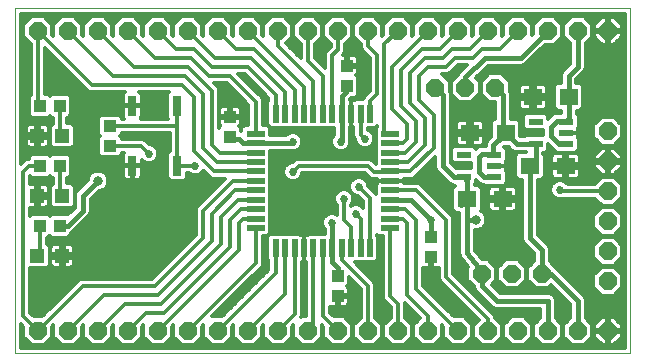
<source format=gtl>
G75*
G70*
%OFA0B0*%
%FSLAX24Y24*%
%IPPOS*%
%LPD*%
%AMOC8*
5,1,8,0,0,1.08239X$1,22.5*
%
%ADD10C,0.0000*%
%ADD11R,0.0197X0.0591*%
%ADD12R,0.0591X0.0197*%
%ADD13OC8,0.0600*%
%ADD14R,0.0394X0.0433*%
%ADD15R,0.0630X0.0551*%
%ADD16R,0.0300X0.0650*%
%ADD17R,0.0433X0.0394*%
%ADD18R,0.0472X0.0472*%
%ADD19R,0.0472X0.0217*%
%ADD20C,0.0120*%
%ADD21C,0.0270*%
%ADD22C,0.0160*%
%ADD23C,0.0320*%
D10*
X002921Y000411D02*
X002921Y011911D01*
X023421Y011911D01*
X023421Y000411D01*
X002921Y000411D01*
D11*
X011596Y003917D03*
X011911Y003917D03*
X012226Y003917D03*
X012541Y003917D03*
X012856Y003917D03*
X013171Y003917D03*
X013486Y003917D03*
X013801Y003917D03*
X014116Y003917D03*
X014431Y003917D03*
X014746Y003917D03*
X014746Y008405D03*
X014431Y008405D03*
X014116Y008405D03*
X013801Y008405D03*
X013486Y008405D03*
X013171Y008405D03*
X012856Y008405D03*
X012541Y008405D03*
X012226Y008405D03*
X011911Y008405D03*
X011596Y008405D03*
D12*
X010927Y007736D03*
X010927Y007421D03*
X010927Y007106D03*
X010927Y006791D03*
X010927Y006476D03*
X010927Y006161D03*
X010927Y005846D03*
X010927Y005531D03*
X010927Y005216D03*
X010927Y004901D03*
X010927Y004586D03*
X015415Y004586D03*
X015415Y004901D03*
X015415Y005216D03*
X015415Y005531D03*
X015415Y005846D03*
X015415Y006161D03*
X015415Y006476D03*
X015415Y006791D03*
X015415Y007106D03*
X015415Y007421D03*
X015415Y007736D03*
D13*
X016921Y009261D03*
X017921Y009261D03*
X018921Y009261D03*
X018671Y011161D03*
X019671Y011161D03*
X020671Y011161D03*
X021671Y011161D03*
X022671Y011161D03*
X017671Y011161D03*
X016671Y011161D03*
X015671Y011161D03*
X014671Y011161D03*
X013671Y011161D03*
X012671Y011161D03*
X011671Y011161D03*
X010671Y011161D03*
X009671Y011161D03*
X008671Y011161D03*
X007671Y011161D03*
X006671Y011161D03*
X005671Y011161D03*
X004671Y011161D03*
X003671Y011161D03*
X018471Y003061D03*
X019471Y003061D03*
X020471Y003061D03*
X022671Y002811D03*
X022671Y003811D03*
X022671Y004811D03*
X022671Y005811D03*
X022671Y006811D03*
X022671Y007811D03*
X022671Y001161D03*
X021671Y001161D03*
X020671Y001161D03*
X019671Y001161D03*
X018671Y001161D03*
X017671Y001161D03*
X016671Y001161D03*
X015671Y001161D03*
X014671Y001161D03*
X013671Y001161D03*
X012671Y001161D03*
X011671Y001161D03*
X010671Y001161D03*
X009671Y001161D03*
X008671Y001161D03*
X007671Y001161D03*
X006671Y001161D03*
X005671Y001161D03*
X004671Y001161D03*
X003671Y001161D03*
D14*
X003736Y004661D03*
X004406Y004661D03*
X004406Y006661D03*
X003736Y006661D03*
X003736Y008661D03*
X004406Y008661D03*
X010071Y008296D03*
X010071Y007627D03*
X013971Y009327D03*
X013971Y009996D03*
X016771Y004296D03*
X016771Y003627D03*
X013671Y002996D03*
X013671Y002327D03*
D15*
X017980Y005561D03*
X019161Y005561D03*
X020080Y006661D03*
X021261Y006661D03*
X019261Y007761D03*
X018080Y007761D03*
X020180Y008961D03*
X021361Y008961D03*
D16*
X008321Y008661D03*
X006821Y008661D03*
X006821Y006661D03*
X008321Y006661D03*
D17*
X006071Y007327D03*
X006071Y007996D03*
D18*
X004484Y007661D03*
X003657Y007661D03*
X003657Y005661D03*
X004484Y005661D03*
X004484Y003661D03*
X003657Y003661D03*
D19*
X017859Y006287D03*
X018883Y006287D03*
X018883Y006661D03*
X018883Y007035D03*
X017859Y007035D03*
X020259Y007387D03*
X021283Y007387D03*
X021283Y007761D03*
X021283Y008135D03*
X020259Y008135D03*
D20*
X019843Y008104D02*
X019756Y008104D01*
X019756Y008111D02*
X019651Y008217D01*
X019431Y008217D01*
X019431Y008960D01*
X019431Y009063D01*
X019401Y009135D01*
X019401Y009460D01*
X019120Y009741D01*
X018722Y009741D01*
X018441Y009460D01*
X018441Y009062D01*
X018722Y008781D01*
X018911Y008781D01*
X018911Y008217D01*
X018872Y008217D01*
X018766Y008111D01*
X018766Y007624D01*
X018636Y007494D01*
X018597Y007399D01*
X018597Y007324D01*
X018572Y007324D01*
X018570Y007321D01*
X018419Y007321D01*
X018324Y007282D01*
X018268Y007226D01*
X018170Y007324D01*
X017548Y007324D01*
X017443Y007218D01*
X017443Y006852D01*
X017548Y006747D01*
X018111Y006747D01*
X018111Y006575D01*
X017624Y006575D01*
X017431Y006769D01*
X017431Y009063D01*
X017401Y009135D01*
X017401Y009460D01*
X017140Y009721D01*
X017223Y009721D01*
X017319Y009721D01*
X017407Y009758D01*
X017670Y010021D01*
X017963Y010021D01*
X017774Y009832D01*
X017700Y009759D01*
X017673Y009692D01*
X017441Y009460D01*
X017441Y009062D01*
X017722Y008781D01*
X018120Y008781D01*
X018401Y009062D01*
X018401Y009460D01*
X018269Y009592D01*
X018679Y010001D01*
X019719Y010001D01*
X019823Y010001D01*
X019918Y010041D01*
X020559Y010681D01*
X020870Y010681D01*
X021151Y010962D01*
X021151Y011360D01*
X020870Y011641D01*
X020472Y011641D01*
X020191Y011360D01*
X020191Y011049D01*
X020151Y011009D01*
X020151Y011360D01*
X019870Y011641D01*
X019472Y011641D01*
X019191Y011360D01*
X019191Y011021D01*
X019151Y010981D01*
X019151Y011360D01*
X018870Y011641D01*
X018472Y011641D01*
X018191Y011360D01*
X018191Y011021D01*
X018151Y010981D01*
X018151Y011360D01*
X017870Y011641D01*
X017472Y011641D01*
X017191Y011360D01*
X017191Y011021D01*
X017151Y010981D01*
X017151Y011360D01*
X016870Y011641D01*
X016472Y011641D01*
X016191Y011360D01*
X016191Y011021D01*
X016151Y010981D01*
X016151Y011360D01*
X015870Y011641D01*
X015472Y011641D01*
X015191Y011360D01*
X015191Y011029D01*
X015151Y010990D01*
X015151Y011360D01*
X014870Y011641D01*
X014472Y011641D01*
X014191Y011360D01*
X014191Y010962D01*
X014431Y010722D01*
X014431Y010614D01*
X014467Y010525D01*
X014535Y010458D01*
X014731Y010262D01*
X014731Y009161D01*
X014542Y008972D01*
X014506Y008884D01*
X014506Y008881D01*
X014258Y008881D01*
X014237Y008860D01*
X014235Y008861D01*
X014116Y008861D01*
X014116Y008406D01*
X014116Y008406D01*
X014116Y008861D01*
X014061Y008861D01*
X014061Y008883D01*
X014107Y008930D01*
X014242Y008930D01*
X014348Y009036D01*
X014348Y009618D01*
X014290Y009675D01*
X014296Y009681D01*
X014317Y009718D01*
X014328Y009758D01*
X014328Y009957D01*
X014010Y009957D01*
X014010Y010034D01*
X014328Y010034D01*
X014328Y010234D01*
X014317Y010274D01*
X014296Y010311D01*
X014266Y010340D01*
X014229Y010361D01*
X014189Y010372D01*
X014009Y010372D01*
X014009Y010035D01*
X013932Y010035D01*
X013932Y010372D01*
X013851Y010372D01*
X013874Y010395D01*
X013911Y010484D01*
X013911Y010579D01*
X013911Y010722D01*
X014151Y010962D01*
X014151Y011360D01*
X013870Y011641D01*
X013472Y011641D01*
X013191Y011360D01*
X013191Y010962D01*
X013431Y010722D01*
X013431Y010631D01*
X013282Y010482D01*
X013246Y010394D01*
X013246Y010299D01*
X013246Y009926D01*
X012911Y010261D01*
X012911Y010722D01*
X013151Y010962D01*
X013151Y011360D01*
X012870Y011641D01*
X012472Y011641D01*
X012191Y011360D01*
X012191Y010962D01*
X012431Y010722D01*
X012431Y010241D01*
X011930Y010742D01*
X012151Y010962D01*
X012151Y011360D01*
X011870Y011641D01*
X011472Y011641D01*
X011191Y011360D01*
X011191Y010981D01*
X011151Y011021D01*
X011151Y011360D01*
X010870Y011641D01*
X010472Y011641D01*
X010191Y011360D01*
X010191Y010981D01*
X010151Y011021D01*
X010151Y011360D01*
X009870Y011641D01*
X009472Y011641D01*
X009191Y011360D01*
X009191Y010981D01*
X009151Y011021D01*
X009151Y011360D01*
X008870Y011641D01*
X008472Y011641D01*
X008191Y011360D01*
X008191Y010981D01*
X008151Y011021D01*
X008151Y011360D01*
X007870Y011641D01*
X007472Y011641D01*
X007191Y011360D01*
X007191Y010981D01*
X007151Y011021D01*
X007151Y011360D01*
X006870Y011641D01*
X006472Y011641D01*
X006191Y011360D01*
X006191Y010981D01*
X006151Y011021D01*
X006151Y011360D01*
X005870Y011641D01*
X005472Y011641D01*
X005191Y011360D01*
X005191Y010981D01*
X005151Y011021D01*
X005151Y011360D01*
X004870Y011641D01*
X004472Y011641D01*
X004191Y011360D01*
X004191Y010981D01*
X004151Y011021D01*
X004151Y011360D01*
X003870Y011641D01*
X003472Y011641D01*
X003191Y011360D01*
X003191Y010962D01*
X003431Y010722D01*
X003431Y009024D01*
X003359Y008952D01*
X003359Y008370D01*
X003465Y008265D01*
X004008Y008265D01*
X004071Y008328D01*
X004134Y008265D01*
X004166Y008265D01*
X004166Y008069D01*
X004068Y007972D01*
X004068Y007350D01*
X004173Y007245D01*
X004795Y007245D01*
X004900Y007350D01*
X004900Y007972D01*
X004795Y008077D01*
X004645Y008077D01*
X004645Y008265D01*
X004677Y008265D01*
X004782Y008370D01*
X004782Y008952D01*
X004677Y009058D01*
X004134Y009058D01*
X004071Y008994D01*
X004008Y009058D01*
X003911Y009058D01*
X003911Y010582D01*
X005267Y009225D01*
X005335Y009158D01*
X005423Y009121D01*
X006585Y009121D01*
X006573Y009114D01*
X006543Y009084D01*
X006522Y009048D01*
X006511Y009007D01*
X006511Y008676D01*
X006806Y008676D01*
X006806Y008646D01*
X006511Y008646D01*
X006511Y008315D01*
X006522Y008274D01*
X006543Y008238D01*
X006545Y008236D01*
X006467Y008236D01*
X006467Y008267D01*
X006362Y008373D01*
X005780Y008373D01*
X005674Y008267D01*
X005674Y007724D01*
X005738Y007661D01*
X005674Y007598D01*
X005674Y007055D01*
X005780Y006950D01*
X006362Y006950D01*
X006467Y007055D01*
X006467Y007087D01*
X006545Y007087D01*
X006543Y007084D01*
X006522Y007048D01*
X006511Y007007D01*
X006511Y006676D01*
X006806Y006676D01*
X006806Y006646D01*
X006836Y006646D01*
X006836Y006176D01*
X006992Y006176D01*
X007033Y006187D01*
X007069Y006208D01*
X007099Y006238D01*
X007120Y006274D01*
X007131Y006315D01*
X007131Y006646D01*
X006836Y006646D01*
X006836Y006676D01*
X007131Y006676D01*
X007131Y006856D01*
X007192Y006794D01*
X007308Y006746D01*
X007434Y006746D01*
X007549Y006794D01*
X007638Y006883D01*
X007686Y006999D01*
X007686Y007124D01*
X007638Y007240D01*
X007549Y007328D01*
X007434Y007376D01*
X007395Y007376D01*
X007241Y007530D01*
X007153Y007567D01*
X007058Y007567D01*
X006467Y007567D01*
X006467Y007598D01*
X006404Y007661D01*
X006467Y007724D01*
X006467Y007756D01*
X008081Y007756D01*
X008081Y007151D01*
X007991Y007061D01*
X007991Y006262D01*
X008096Y006156D01*
X008545Y006156D01*
X008651Y006262D01*
X008651Y006421D01*
X008715Y006421D01*
X008742Y006394D01*
X008858Y006346D01*
X008984Y006346D01*
X009099Y006394D01*
X009188Y006483D01*
X009194Y006498D01*
X009420Y006273D01*
X009508Y006236D01*
X009604Y006236D01*
X009906Y006236D01*
X009035Y005365D01*
X008967Y005297D01*
X008931Y005209D01*
X008931Y004361D01*
X007471Y002901D01*
X005219Y002901D01*
X005123Y002901D01*
X005035Y002865D01*
X003811Y001641D01*
X003530Y001641D01*
X003411Y001761D01*
X003411Y003245D01*
X003968Y003245D01*
X004074Y003350D01*
X004074Y003972D01*
X003976Y004069D01*
X003976Y004265D01*
X004008Y004265D01*
X004071Y004328D01*
X004134Y004265D01*
X004677Y004265D01*
X004782Y004370D01*
X004782Y004426D01*
X004818Y004441D01*
X005318Y004941D01*
X005318Y004941D01*
X005391Y005014D01*
X005431Y005110D01*
X005431Y005554D01*
X005699Y005821D01*
X005739Y005821D01*
X005863Y005873D01*
X005959Y005969D01*
X006011Y006094D01*
X006011Y006229D01*
X005959Y006354D01*
X005863Y006449D01*
X005739Y006501D01*
X005603Y006501D01*
X005478Y006449D01*
X005383Y006354D01*
X005331Y006229D01*
X005331Y006189D01*
X004950Y005809D01*
X004911Y005713D01*
X004911Y005610D01*
X004911Y005269D01*
X004688Y005046D01*
X004677Y005058D01*
X004134Y005058D01*
X004071Y004994D01*
X004008Y005058D01*
X003465Y005058D01*
X003411Y005004D01*
X003411Y005265D01*
X003599Y005265D01*
X003599Y005603D01*
X003716Y005603D01*
X003716Y005719D01*
X004054Y005719D01*
X004054Y005919D01*
X004043Y005959D01*
X004022Y005996D01*
X003992Y006025D01*
X003955Y006047D01*
X003915Y006057D01*
X003716Y006057D01*
X003716Y005720D01*
X003599Y005720D01*
X003599Y006057D01*
X003411Y006057D01*
X003411Y006319D01*
X003465Y006265D01*
X004008Y006265D01*
X004071Y006328D01*
X004134Y006265D01*
X004166Y006265D01*
X004166Y006069D01*
X004068Y005972D01*
X004068Y005350D01*
X004173Y005245D01*
X004795Y005245D01*
X004900Y005350D01*
X004900Y005972D01*
X004795Y006077D01*
X004645Y006077D01*
X004645Y006265D01*
X004677Y006265D01*
X004782Y006370D01*
X004782Y006952D01*
X004677Y007058D01*
X004134Y007058D01*
X004071Y006994D01*
X004008Y007058D01*
X003465Y007058D01*
X003359Y006952D01*
X003359Y006901D01*
X003323Y006901D01*
X003235Y006865D01*
X003101Y006731D01*
X003101Y011731D01*
X023241Y011731D01*
X023241Y000591D01*
X003101Y000591D01*
X003101Y001392D01*
X003191Y001302D01*
X003191Y000962D01*
X003472Y000681D01*
X003870Y000681D01*
X004151Y000962D01*
X004151Y001302D01*
X004191Y001342D01*
X004191Y000962D01*
X004472Y000681D01*
X004870Y000681D01*
X005151Y000962D01*
X005151Y001302D01*
X005191Y001342D01*
X005191Y000962D01*
X005472Y000681D01*
X005870Y000681D01*
X006151Y000962D01*
X006151Y001302D01*
X006191Y001342D01*
X006191Y000962D01*
X006472Y000681D01*
X006870Y000681D01*
X007151Y000962D01*
X007151Y001302D01*
X007191Y001342D01*
X007191Y000962D01*
X007472Y000681D01*
X007870Y000681D01*
X008151Y000962D01*
X008151Y001302D01*
X008191Y001342D01*
X008191Y000962D01*
X008472Y000681D01*
X008870Y000681D01*
X009151Y000962D01*
X009151Y001302D01*
X009191Y001342D01*
X009191Y000962D01*
X009472Y000681D01*
X009870Y000681D01*
X010151Y000962D01*
X010151Y001302D01*
X010191Y001342D01*
X010191Y000962D01*
X010472Y000681D01*
X010870Y000681D01*
X011151Y000962D01*
X011151Y001302D01*
X011191Y001342D01*
X011191Y000962D01*
X011472Y000681D01*
X011870Y000681D01*
X012151Y000962D01*
X012151Y001302D01*
X012191Y001342D01*
X012191Y000962D01*
X012472Y000681D01*
X012870Y000681D01*
X013151Y000962D01*
X013151Y001342D01*
X013191Y001302D01*
X013191Y000962D01*
X013472Y000681D01*
X013870Y000681D01*
X014151Y000962D01*
X014151Y001360D01*
X013870Y001641D01*
X013530Y001641D01*
X013411Y001761D01*
X013411Y001962D01*
X013412Y001961D01*
X013453Y001950D01*
X013632Y001950D01*
X013632Y002288D01*
X013709Y002288D01*
X013709Y001950D01*
X013889Y001950D01*
X013929Y001961D01*
X013966Y001982D01*
X013996Y002012D01*
X014017Y002048D01*
X014028Y002089D01*
X014028Y002288D01*
X013710Y002288D01*
X013710Y002365D01*
X014028Y002365D01*
X014028Y002564D01*
X014017Y002605D01*
X013996Y002641D01*
X013990Y002647D01*
X014048Y002705D01*
X014048Y002945D01*
X014431Y002562D01*
X014431Y001600D01*
X014191Y001360D01*
X014191Y000962D01*
X014472Y000681D01*
X014870Y000681D01*
X015151Y000962D01*
X015151Y001360D01*
X014911Y001600D01*
X014911Y002709D01*
X014874Y002797D01*
X014807Y002865D01*
X014230Y003442D01*
X014258Y003442D01*
X014573Y003442D01*
X014919Y003442D01*
X015024Y003547D01*
X015024Y004287D01*
X014986Y004325D01*
X014986Y004368D01*
X015045Y004308D01*
X015175Y004308D01*
X015175Y002365D01*
X015175Y002269D01*
X015211Y002181D01*
X015431Y001962D01*
X015431Y001600D01*
X015191Y001360D01*
X015191Y000962D01*
X015472Y000681D01*
X015870Y000681D01*
X016151Y000962D01*
X016151Y001360D01*
X015911Y001600D01*
X015911Y002082D01*
X016412Y001581D01*
X016191Y001360D01*
X016191Y000962D01*
X016472Y000681D01*
X016870Y000681D01*
X017151Y000962D01*
X017151Y001342D01*
X017191Y001302D01*
X017191Y000962D01*
X017472Y000681D01*
X017870Y000681D01*
X018151Y000962D01*
X018151Y001360D01*
X017870Y001641D01*
X017530Y001641D01*
X016511Y002661D01*
X016511Y003262D01*
X016512Y003261D01*
X016553Y003250D01*
X016732Y003250D01*
X016732Y003588D01*
X016809Y003588D01*
X016809Y003250D01*
X016989Y003250D01*
X017029Y003261D01*
X017031Y003262D01*
X017031Y003009D01*
X017031Y002914D01*
X017067Y002825D01*
X018362Y001531D01*
X018191Y001360D01*
X018191Y000962D01*
X018472Y000681D01*
X018870Y000681D01*
X019151Y000962D01*
X019151Y001360D01*
X018911Y001600D01*
X018911Y001609D01*
X018874Y001697D01*
X017511Y003061D01*
X017511Y004909D01*
X017474Y004997D01*
X017407Y005065D01*
X016422Y006050D01*
X016334Y006086D01*
X016238Y006086D01*
X015870Y006086D01*
X015870Y006161D01*
X015415Y006161D01*
X015415Y006161D01*
X014960Y006161D01*
X014960Y006042D01*
X014960Y006040D01*
X014940Y006019D01*
X014940Y005732D01*
X014882Y005790D01*
X014686Y005986D01*
X014686Y006024D01*
X014638Y006140D01*
X014549Y006228D01*
X014434Y006276D01*
X014308Y006276D01*
X014192Y006228D01*
X014104Y006140D01*
X014056Y006024D01*
X014056Y005899D01*
X014104Y005783D01*
X014192Y005694D01*
X014308Y005646D01*
X014346Y005646D01*
X014506Y005487D01*
X014506Y005272D01*
X014449Y005328D01*
X014334Y005376D01*
X014208Y005376D01*
X014111Y005336D01*
X014111Y005356D01*
X014138Y005383D01*
X014186Y005499D01*
X014186Y005624D01*
X014138Y005740D01*
X014049Y005828D01*
X013934Y005876D01*
X013808Y005876D01*
X013692Y005828D01*
X013604Y005740D01*
X013556Y005624D01*
X013556Y005499D01*
X013604Y005383D01*
X013631Y005356D01*
X013631Y005036D01*
X013534Y005076D01*
X013408Y005076D01*
X013292Y005028D01*
X013204Y004940D01*
X013156Y004824D01*
X013156Y004699D01*
X013204Y004583D01*
X013226Y004561D01*
X013226Y004392D01*
X012998Y004392D01*
X012683Y004392D01*
X012662Y004372D01*
X012660Y004372D01*
X012541Y004372D01*
X012541Y003918D01*
X012541Y003918D01*
X012541Y004372D01*
X012421Y004372D01*
X012419Y004372D01*
X012399Y004392D01*
X012053Y004392D01*
X011738Y004392D01*
X011423Y004392D01*
X011318Y004287D01*
X011318Y003547D01*
X011356Y003509D01*
X011356Y003186D01*
X009811Y001641D01*
X009490Y001641D01*
X011130Y003281D01*
X011167Y003369D01*
X011167Y003465D01*
X011167Y004308D01*
X011297Y004308D01*
X011402Y004413D01*
X011402Y004759D01*
X011402Y005074D01*
X011402Y005389D01*
X011402Y005704D01*
X011402Y006019D01*
X011402Y006334D01*
X011402Y006649D01*
X011402Y006964D01*
X011402Y007161D01*
X012072Y007161D01*
X012108Y007146D01*
X012234Y007146D01*
X012349Y007194D01*
X012438Y007283D01*
X012486Y007399D01*
X012486Y007524D01*
X012438Y007640D01*
X012349Y007728D01*
X012234Y007776D01*
X012108Y007776D01*
X011992Y007728D01*
X011945Y007681D01*
X011402Y007681D01*
X011402Y007909D01*
X011297Y008014D01*
X011167Y008014D01*
X011167Y008758D01*
X011167Y008853D01*
X011130Y008941D01*
X010350Y009721D01*
X010571Y009721D01*
X011356Y008937D01*
X011356Y008814D01*
X011318Y008775D01*
X011318Y008036D01*
X011423Y007930D01*
X011769Y007930D01*
X012084Y007930D01*
X012399Y007930D01*
X012714Y007930D01*
X013029Y007930D01*
X013344Y007930D01*
X013541Y007930D01*
X013541Y007677D01*
X013504Y007640D01*
X013456Y007524D01*
X013456Y007399D01*
X013504Y007283D01*
X013592Y007194D01*
X013708Y007146D01*
X013834Y007146D01*
X013949Y007194D01*
X014038Y007283D01*
X014086Y007399D01*
X014086Y007524D01*
X014061Y007584D01*
X014061Y007950D01*
X014116Y007950D01*
X014191Y007950D01*
X014191Y007654D01*
X014227Y007565D01*
X014256Y007537D01*
X014256Y007499D01*
X014304Y007383D01*
X014392Y007294D01*
X014508Y007246D01*
X014634Y007246D01*
X014749Y007294D01*
X014838Y007383D01*
X014886Y007499D01*
X014886Y007624D01*
X014838Y007740D01*
X014749Y007828D01*
X014671Y007861D01*
X014671Y007930D01*
X014919Y007930D01*
X014975Y007986D01*
X014975Y007944D01*
X014940Y007909D01*
X014940Y007563D01*
X014940Y007248D01*
X014940Y006933D01*
X014940Y006732D01*
X014807Y006865D01*
X014719Y006901D01*
X014623Y006901D01*
X012323Y006901D01*
X012235Y006865D01*
X012167Y006797D01*
X012146Y006776D01*
X012108Y006776D01*
X011992Y006728D01*
X011904Y006640D01*
X011856Y006524D01*
X011856Y006399D01*
X011904Y006283D01*
X011992Y006194D01*
X012108Y006146D01*
X012234Y006146D01*
X012349Y006194D01*
X012438Y006283D01*
X012486Y006399D01*
X012486Y006421D01*
X014571Y006421D01*
X014667Y006325D01*
X014735Y006258D01*
X014823Y006221D01*
X014960Y006221D01*
X014960Y006161D01*
X015415Y006161D01*
X015415Y006161D01*
X015870Y006161D01*
X015870Y006236D01*
X016038Y006236D01*
X016134Y006236D01*
X016222Y006273D01*
X016911Y006962D01*
X016911Y006610D01*
X016950Y006514D01*
X017024Y006441D01*
X017398Y006067D01*
X017493Y006027D01*
X017520Y006027D01*
X017548Y005999D01*
X017573Y005999D01*
X017485Y005911D01*
X017485Y005211D01*
X017591Y005106D01*
X017696Y005106D01*
X017711Y005100D01*
X017711Y004913D01*
X017711Y004810D01*
X017711Y003776D01*
X017707Y003739D01*
X017711Y003724D01*
X017711Y003710D01*
X017725Y003675D01*
X017736Y003639D01*
X017745Y003628D01*
X017750Y003614D01*
X017777Y003588D01*
X018018Y003287D01*
X017991Y003260D01*
X017991Y002862D01*
X018211Y002642D01*
X018211Y002610D01*
X018250Y002514D01*
X018324Y002441D01*
X018824Y001941D01*
X018919Y001901D01*
X019023Y001901D01*
X020411Y001901D01*
X020411Y001580D01*
X020191Y001360D01*
X020191Y000962D01*
X020472Y000681D01*
X020870Y000681D01*
X021151Y000962D01*
X021151Y001360D01*
X020931Y001580D01*
X020931Y002213D01*
X020891Y002309D01*
X020818Y002382D01*
X020723Y002421D01*
X020619Y002421D01*
X019079Y002421D01*
X018794Y002706D01*
X018951Y002862D01*
X018951Y003260D01*
X018670Y003541D01*
X018480Y003541D01*
X018231Y003852D01*
X018231Y004521D01*
X018339Y004521D01*
X018463Y004573D01*
X018559Y004669D01*
X018611Y004794D01*
X018611Y004929D01*
X018559Y005054D01*
X018463Y005149D01*
X018428Y005164D01*
X018475Y005211D01*
X018475Y005911D01*
X018370Y006017D01*
X018240Y006017D01*
X018240Y006069D01*
X018275Y006104D01*
X018275Y006189D01*
X018398Y006067D01*
X018493Y006027D01*
X018544Y006027D01*
X018572Y005999D01*
X019193Y005999D01*
X019299Y006104D01*
X019299Y006470D01*
X019270Y006499D01*
X019279Y006532D01*
X019279Y006661D01*
X018883Y006661D01*
X018883Y006661D01*
X019279Y006661D01*
X019279Y006791D01*
X019270Y006824D01*
X019299Y006852D01*
X019299Y007218D01*
X019211Y007306D01*
X019349Y007306D01*
X019488Y007167D01*
X019584Y007127D01*
X019687Y007127D01*
X019920Y007127D01*
X019930Y007117D01*
X019691Y007117D01*
X019585Y007011D01*
X019585Y006311D01*
X019691Y006206D01*
X019820Y006206D01*
X019820Y004304D01*
X019820Y004200D01*
X019860Y004105D01*
X020211Y003754D01*
X020211Y003480D01*
X019991Y003260D01*
X019991Y002862D01*
X020272Y002581D01*
X020670Y002581D01*
X020776Y002688D01*
X021411Y002054D01*
X021411Y001580D01*
X021191Y001360D01*
X021191Y000962D01*
X021472Y000681D01*
X021870Y000681D01*
X022151Y000962D01*
X022151Y001360D01*
X021931Y001580D01*
X021931Y002213D01*
X021891Y002309D01*
X021818Y002382D01*
X020951Y003249D01*
X020951Y003260D01*
X020731Y003480D01*
X020731Y003913D01*
X020691Y004009D01*
X020618Y004082D01*
X020340Y004359D01*
X020340Y006206D01*
X020470Y006206D01*
X020575Y006311D01*
X020575Y007011D01*
X020519Y007068D01*
X020519Y007099D01*
X020570Y007099D01*
X020675Y007204D01*
X020675Y007389D01*
X020898Y007167D01*
X020909Y007162D01*
X020972Y007099D01*
X021593Y007099D01*
X021699Y007204D01*
X021699Y007570D01*
X021670Y007599D01*
X021679Y007632D01*
X021679Y007761D01*
X021283Y007761D01*
X021283Y007761D01*
X021679Y007761D01*
X021679Y007891D01*
X021670Y007924D01*
X021699Y007952D01*
X021699Y008318D01*
X021631Y008386D01*
X021631Y008506D01*
X021751Y008506D01*
X021856Y008611D01*
X021856Y009311D01*
X021751Y009417D01*
X021621Y009417D01*
X021621Y009544D01*
X021818Y009741D01*
X021818Y009741D01*
X021891Y009814D01*
X021931Y009910D01*
X021931Y010742D01*
X022151Y010962D01*
X022151Y011360D01*
X021870Y011641D01*
X021472Y011641D01*
X021191Y011360D01*
X021191Y010962D01*
X021411Y010742D01*
X021411Y010069D01*
X021141Y009799D01*
X021101Y009704D01*
X021101Y009600D01*
X021101Y009417D01*
X020972Y009417D01*
X020866Y009311D01*
X020866Y008611D01*
X020972Y008506D01*
X021111Y008506D01*
X021111Y008424D01*
X020972Y008424D01*
X020970Y008421D01*
X020919Y008421D01*
X020824Y008382D01*
X020675Y008233D01*
X020675Y008318D01*
X020570Y008424D01*
X019948Y008424D01*
X019843Y008318D01*
X019843Y007952D01*
X019948Y007847D01*
X020511Y007847D01*
X020511Y007675D01*
X019948Y007675D01*
X019920Y007647D01*
X019756Y007647D01*
X019756Y008111D01*
X019756Y007985D02*
X019843Y007985D01*
X019756Y007867D02*
X019929Y007867D01*
X019756Y007748D02*
X020511Y007748D01*
X019843Y008222D02*
X019431Y008222D01*
X019431Y008341D02*
X019866Y008341D01*
X019844Y008526D02*
X020120Y008526D01*
X020120Y008901D01*
X019705Y008901D01*
X019705Y008665D01*
X019716Y008624D01*
X019737Y008587D01*
X019767Y008558D01*
X019804Y008537D01*
X019844Y008526D01*
X019747Y008578D02*
X019431Y008578D01*
X019431Y008696D02*
X019705Y008696D01*
X019705Y008815D02*
X019431Y008815D01*
X019431Y008933D02*
X020120Y008933D01*
X020120Y008901D02*
X020120Y009021D01*
X019705Y009021D01*
X019705Y009258D01*
X019716Y009299D01*
X019737Y009335D01*
X019767Y009365D01*
X019804Y009386D01*
X019844Y009397D01*
X020120Y009397D01*
X020120Y009021D01*
X020240Y009021D01*
X020655Y009021D01*
X020655Y009258D01*
X020644Y009299D01*
X020623Y009335D01*
X020594Y009365D01*
X020557Y009386D01*
X020516Y009397D01*
X020240Y009397D01*
X020240Y009021D01*
X020240Y008901D01*
X020240Y008526D01*
X020516Y008526D01*
X020557Y008537D01*
X020594Y008558D01*
X020623Y008587D01*
X020644Y008624D01*
X020655Y008665D01*
X020655Y008901D01*
X020240Y008901D01*
X020120Y008901D01*
X020120Y008815D02*
X020240Y008815D01*
X020240Y008933D02*
X020866Y008933D01*
X020866Y008815D02*
X020655Y008815D01*
X020655Y008696D02*
X020866Y008696D01*
X020900Y008578D02*
X020614Y008578D01*
X020653Y008341D02*
X020783Y008341D01*
X021111Y008459D02*
X019431Y008459D01*
X018911Y008459D02*
X017431Y008459D01*
X017431Y008341D02*
X018911Y008341D01*
X018911Y008222D02*
X017431Y008222D01*
X017431Y008104D02*
X017619Y008104D01*
X017616Y008099D02*
X017605Y008058D01*
X017605Y007821D01*
X018020Y007821D01*
X018020Y007701D01*
X017605Y007701D01*
X017605Y007465D01*
X017616Y007424D01*
X017637Y007387D01*
X017667Y007358D01*
X017704Y007337D01*
X017744Y007326D01*
X018020Y007326D01*
X018020Y007701D01*
X018140Y007701D01*
X018140Y007326D01*
X018416Y007326D01*
X018457Y007337D01*
X018494Y007358D01*
X018523Y007387D01*
X018544Y007424D01*
X018555Y007465D01*
X018555Y007701D01*
X018140Y007701D01*
X018140Y007821D01*
X018555Y007821D01*
X018555Y008058D01*
X018544Y008099D01*
X018523Y008135D01*
X018494Y008165D01*
X018457Y008186D01*
X018416Y008197D01*
X018140Y008197D01*
X018140Y007821D01*
X018020Y007821D01*
X018020Y008197D01*
X017744Y008197D01*
X017704Y008186D01*
X017667Y008165D01*
X017637Y008135D01*
X017616Y008099D01*
X017605Y007985D02*
X017431Y007985D01*
X017431Y007867D02*
X017605Y007867D01*
X017431Y007748D02*
X018020Y007748D01*
X018020Y007629D02*
X018140Y007629D01*
X018140Y007511D02*
X018020Y007511D01*
X018020Y007392D02*
X018140Y007392D01*
X018219Y007274D02*
X018316Y007274D01*
X018526Y007392D02*
X018597Y007392D01*
X018555Y007511D02*
X018653Y007511D01*
X018555Y007629D02*
X018766Y007629D01*
X018766Y007748D02*
X018140Y007748D01*
X018140Y007867D02*
X018020Y007867D01*
X018020Y007985D02*
X018140Y007985D01*
X018140Y008104D02*
X018020Y008104D01*
X018541Y008104D02*
X018766Y008104D01*
X018766Y007985D02*
X018555Y007985D01*
X018555Y007867D02*
X018766Y007867D01*
X018911Y008578D02*
X017431Y008578D01*
X017431Y008696D02*
X018911Y008696D01*
X018688Y008815D02*
X018153Y008815D01*
X018272Y008933D02*
X018570Y008933D01*
X018451Y009052D02*
X018390Y009052D01*
X018401Y009171D02*
X018441Y009171D01*
X018441Y009289D02*
X018401Y009289D01*
X018401Y009408D02*
X018441Y009408D01*
X018507Y009526D02*
X018335Y009526D01*
X018322Y009645D02*
X018626Y009645D01*
X018441Y009763D02*
X021126Y009763D01*
X021101Y009645D02*
X019216Y009645D01*
X019335Y009526D02*
X021101Y009526D01*
X020963Y009408D02*
X019401Y009408D01*
X019401Y009289D02*
X019714Y009289D01*
X019705Y009171D02*
X019401Y009171D01*
X019431Y009052D02*
X019705Y009052D01*
X020120Y009052D02*
X020240Y009052D01*
X020240Y009171D02*
X020120Y009171D01*
X020120Y009289D02*
X020240Y009289D01*
X020647Y009289D02*
X020866Y009289D01*
X020866Y009171D02*
X020655Y009171D01*
X020655Y009052D02*
X020866Y009052D01*
X020240Y008696D02*
X020120Y008696D01*
X020120Y008578D02*
X020240Y008578D01*
X021631Y008459D02*
X023241Y008459D01*
X023241Y008341D02*
X021676Y008341D01*
X021699Y008222D02*
X022403Y008222D01*
X022472Y008291D02*
X022191Y008010D01*
X022191Y007612D01*
X022472Y007331D01*
X022870Y007331D01*
X023151Y007612D01*
X023151Y008010D01*
X022870Y008291D01*
X022472Y008291D01*
X022284Y008104D02*
X021699Y008104D01*
X021699Y007985D02*
X022191Y007985D01*
X022191Y007867D02*
X021679Y007867D01*
X021679Y007748D02*
X022191Y007748D01*
X022191Y007629D02*
X021678Y007629D01*
X021699Y007511D02*
X022292Y007511D01*
X022411Y007392D02*
X021699Y007392D01*
X021699Y007274D02*
X023241Y007274D01*
X023241Y007392D02*
X022931Y007392D01*
X022861Y007271D02*
X022711Y007271D01*
X022711Y006851D01*
X023131Y006851D01*
X023131Y007002D01*
X022861Y007271D01*
X022977Y007155D02*
X023241Y007155D01*
X023241Y007037D02*
X023096Y007037D01*
X023131Y006918D02*
X023241Y006918D01*
X023241Y006800D02*
X022711Y006800D01*
X022711Y006771D02*
X022711Y006851D01*
X022631Y006851D01*
X022631Y006771D01*
X022711Y006771D01*
X022711Y006351D01*
X022861Y006351D01*
X023131Y006621D01*
X023131Y006771D01*
X022711Y006771D01*
X022631Y006771D02*
X022631Y006351D01*
X022480Y006351D01*
X022211Y006621D01*
X022211Y006771D01*
X022631Y006771D01*
X022631Y006800D02*
X021736Y006800D01*
X021736Y006721D02*
X021736Y006958D01*
X021725Y006999D01*
X021704Y007035D01*
X021675Y007065D01*
X021638Y007086D01*
X021597Y007097D01*
X021321Y007097D01*
X021321Y006721D01*
X021201Y006721D01*
X021201Y006601D01*
X020786Y006601D01*
X020786Y006365D01*
X020797Y006324D01*
X020818Y006287D01*
X020848Y006258D01*
X020885Y006237D01*
X020925Y006226D01*
X021201Y006226D01*
X021201Y006601D01*
X021321Y006601D01*
X021321Y006226D01*
X021597Y006226D01*
X021638Y006237D01*
X021675Y006258D01*
X021704Y006287D01*
X021725Y006324D01*
X021736Y006365D01*
X021736Y006601D01*
X021322Y006601D01*
X021322Y006721D01*
X021736Y006721D01*
X021736Y006918D02*
X022211Y006918D01*
X022211Y006851D02*
X022631Y006851D01*
X022631Y007271D01*
X022480Y007271D01*
X022211Y007002D01*
X022211Y006851D01*
X022211Y006681D02*
X021322Y006681D01*
X021321Y006563D02*
X021201Y006563D01*
X021201Y006681D02*
X020575Y006681D01*
X020575Y006563D02*
X020786Y006563D01*
X020786Y006444D02*
X020575Y006444D01*
X020575Y006326D02*
X020797Y006326D01*
X020892Y006128D02*
X021008Y006176D01*
X021134Y006176D01*
X021249Y006128D01*
X021326Y006051D01*
X022232Y006051D01*
X022472Y006291D01*
X022870Y006291D01*
X023151Y006010D01*
X023151Y005612D01*
X022870Y005331D01*
X022472Y005331D01*
X022232Y005571D01*
X021194Y005571D01*
X021134Y005546D01*
X021008Y005546D01*
X020892Y005594D01*
X020804Y005683D01*
X020756Y005799D01*
X020756Y005924D01*
X020804Y006040D01*
X020892Y006128D01*
X020853Y006088D02*
X020340Y006088D01*
X020340Y005970D02*
X020775Y005970D01*
X020756Y005851D02*
X020340Y005851D01*
X020340Y005733D02*
X020783Y005733D01*
X020872Y005614D02*
X020340Y005614D01*
X020340Y005496D02*
X022308Y005496D01*
X022426Y005377D02*
X020340Y005377D01*
X020340Y005259D02*
X022439Y005259D01*
X022472Y005291D02*
X022191Y005010D01*
X022191Y004612D01*
X022472Y004331D01*
X022870Y004331D01*
X023151Y004612D01*
X023151Y005010D01*
X022870Y005291D01*
X022472Y005291D01*
X022321Y005140D02*
X020340Y005140D01*
X020340Y005022D02*
X022202Y005022D01*
X022191Y004903D02*
X020340Y004903D01*
X020340Y004784D02*
X022191Y004784D01*
X022191Y004666D02*
X020340Y004666D01*
X020340Y004547D02*
X022256Y004547D01*
X022374Y004429D02*
X020340Y004429D01*
X020389Y004310D02*
X023241Y004310D01*
X023241Y004192D02*
X022969Y004192D01*
X022870Y004291D02*
X022472Y004291D01*
X022191Y004010D01*
X022191Y003612D01*
X022472Y003331D01*
X022870Y003331D01*
X023151Y003612D01*
X023151Y004010D01*
X022870Y004291D01*
X022967Y004429D02*
X023241Y004429D01*
X023241Y004547D02*
X023086Y004547D01*
X023151Y004666D02*
X023241Y004666D01*
X023241Y004784D02*
X023151Y004784D01*
X023151Y004903D02*
X023241Y004903D01*
X023241Y005022D02*
X023139Y005022D01*
X023241Y005140D02*
X023021Y005140D01*
X022902Y005259D02*
X023241Y005259D01*
X023241Y005377D02*
X022916Y005377D01*
X023034Y005496D02*
X023241Y005496D01*
X023241Y005614D02*
X023151Y005614D01*
X023151Y005733D02*
X023241Y005733D01*
X023241Y005851D02*
X023151Y005851D01*
X023151Y005970D02*
X023241Y005970D01*
X023241Y006088D02*
X023072Y006088D01*
X022954Y006207D02*
X023241Y006207D01*
X023241Y006326D02*
X021726Y006326D01*
X021736Y006444D02*
X022388Y006444D01*
X022269Y006563D02*
X021736Y006563D01*
X021321Y006444D02*
X021201Y006444D01*
X021201Y006326D02*
X021321Y006326D01*
X021289Y006088D02*
X022269Y006088D01*
X022388Y006207D02*
X020471Y006207D01*
X019820Y006088D02*
X019283Y006088D01*
X019221Y005997D02*
X019221Y005621D01*
X019101Y005621D01*
X019101Y005501D01*
X018686Y005501D01*
X018686Y005265D01*
X018697Y005224D01*
X018718Y005187D01*
X018748Y005158D01*
X018785Y005137D01*
X018825Y005126D01*
X019101Y005126D01*
X019101Y005501D01*
X019221Y005501D01*
X019221Y005126D01*
X019497Y005126D01*
X019538Y005137D01*
X019575Y005158D01*
X019604Y005187D01*
X019625Y005224D01*
X019636Y005265D01*
X019636Y005501D01*
X019222Y005501D01*
X019222Y005621D01*
X019636Y005621D01*
X019636Y005858D01*
X019625Y005899D01*
X019604Y005935D01*
X019575Y005965D01*
X019538Y005986D01*
X019497Y005997D01*
X019221Y005997D01*
X019221Y005970D02*
X019101Y005970D01*
X019101Y005997D02*
X018825Y005997D01*
X018785Y005986D01*
X018748Y005965D01*
X018718Y005935D01*
X018697Y005899D01*
X018686Y005858D01*
X018686Y005621D01*
X019101Y005621D01*
X019101Y005997D01*
X019101Y005851D02*
X019221Y005851D01*
X019221Y005733D02*
X019101Y005733D01*
X019101Y005614D02*
X018475Y005614D01*
X018475Y005496D02*
X018686Y005496D01*
X018686Y005377D02*
X018475Y005377D01*
X018475Y005259D02*
X018688Y005259D01*
X018779Y005140D02*
X018473Y005140D01*
X018572Y005022D02*
X019820Y005022D01*
X019820Y005140D02*
X019544Y005140D01*
X019635Y005259D02*
X019820Y005259D01*
X019820Y005377D02*
X019636Y005377D01*
X019636Y005496D02*
X019820Y005496D01*
X019820Y005614D02*
X019222Y005614D01*
X019221Y005496D02*
X019101Y005496D01*
X019101Y005377D02*
X019221Y005377D01*
X019221Y005259D02*
X019101Y005259D01*
X019101Y005140D02*
X019221Y005140D01*
X019820Y004903D02*
X018611Y004903D01*
X018607Y004784D02*
X019820Y004784D01*
X019820Y004666D02*
X018556Y004666D01*
X018401Y004547D02*
X019820Y004547D01*
X019820Y004429D02*
X018231Y004429D01*
X018231Y004310D02*
X019820Y004310D01*
X019824Y004192D02*
X018231Y004192D01*
X018231Y004073D02*
X019891Y004073D01*
X020010Y003955D02*
X018231Y003955D01*
X018244Y003836D02*
X020128Y003836D01*
X020211Y003718D02*
X018339Y003718D01*
X018434Y003599D02*
X020211Y003599D01*
X020211Y003480D02*
X019730Y003480D01*
X019670Y003541D02*
X019272Y003541D01*
X018991Y003260D01*
X018991Y002862D01*
X019272Y002581D01*
X019670Y002581D01*
X019951Y002862D01*
X019951Y003260D01*
X019670Y003541D01*
X019849Y003362D02*
X020093Y003362D01*
X019991Y003243D02*
X019951Y003243D01*
X019951Y003125D02*
X019991Y003125D01*
X019991Y003006D02*
X019951Y003006D01*
X019951Y002888D02*
X019991Y002888D01*
X020084Y002769D02*
X019858Y002769D01*
X019739Y002651D02*
X020203Y002651D01*
X020739Y002651D02*
X020814Y002651D01*
X020932Y002532D02*
X018968Y002532D01*
X018849Y002651D02*
X019203Y002651D01*
X019084Y002769D02*
X018858Y002769D01*
X018951Y002888D02*
X018991Y002888D01*
X018991Y003006D02*
X018951Y003006D01*
X018951Y003125D02*
X018991Y003125D01*
X018991Y003243D02*
X018951Y003243D01*
X018849Y003362D02*
X019093Y003362D01*
X019211Y003480D02*
X018730Y003480D01*
X017991Y003243D02*
X017511Y003243D01*
X017511Y003125D02*
X017991Y003125D01*
X017991Y003006D02*
X017565Y003006D01*
X017684Y002888D02*
X017991Y002888D01*
X018084Y002769D02*
X017802Y002769D01*
X017921Y002651D02*
X018203Y002651D01*
X018243Y002532D02*
X018039Y002532D01*
X018158Y002414D02*
X018351Y002414D01*
X018276Y002295D02*
X018469Y002295D01*
X018395Y002176D02*
X018588Y002176D01*
X018514Y002058D02*
X018706Y002058D01*
X018632Y001939D02*
X018827Y001939D01*
X018751Y001821D02*
X020411Y001821D01*
X020411Y001702D02*
X018869Y001702D01*
X018927Y001584D02*
X019415Y001584D01*
X019472Y001641D02*
X019191Y001360D01*
X019191Y000962D01*
X019472Y000681D01*
X019870Y000681D01*
X020151Y000962D01*
X020151Y001360D01*
X019870Y001641D01*
X019472Y001641D01*
X019296Y001465D02*
X019046Y001465D01*
X019151Y001347D02*
X019191Y001347D01*
X019191Y001228D02*
X019151Y001228D01*
X019151Y001110D02*
X019191Y001110D01*
X019191Y000991D02*
X019151Y000991D01*
X019061Y000873D02*
X019281Y000873D01*
X019399Y000754D02*
X018942Y000754D01*
X018399Y000754D02*
X017942Y000754D01*
X018061Y000873D02*
X018281Y000873D01*
X018191Y000991D02*
X018151Y000991D01*
X018151Y001110D02*
X018191Y001110D01*
X018191Y001228D02*
X018151Y001228D01*
X018151Y001347D02*
X018191Y001347D01*
X018296Y001465D02*
X018046Y001465D01*
X017927Y001584D02*
X018309Y001584D01*
X018190Y001702D02*
X017469Y001702D01*
X017351Y001821D02*
X018072Y001821D01*
X017953Y001939D02*
X017232Y001939D01*
X017114Y002058D02*
X017835Y002058D01*
X017716Y002176D02*
X016995Y002176D01*
X016876Y002295D02*
X017598Y002295D01*
X017479Y002414D02*
X016758Y002414D01*
X016639Y002532D02*
X017361Y002532D01*
X017242Y002651D02*
X016521Y002651D01*
X016511Y002769D02*
X017123Y002769D01*
X017041Y002888D02*
X016511Y002888D01*
X016511Y003006D02*
X017031Y003006D01*
X017031Y003125D02*
X016511Y003125D01*
X016511Y003243D02*
X017031Y003243D01*
X016809Y003362D02*
X016732Y003362D01*
X016732Y003480D02*
X016809Y003480D01*
X017271Y002961D02*
X018671Y001561D01*
X018671Y001161D01*
X017671Y001161D02*
X016271Y002561D01*
X016271Y004861D01*
X015916Y005216D01*
X015415Y005216D01*
X015415Y004901D02*
X015831Y004901D01*
X015971Y004761D01*
X015971Y002361D01*
X016671Y001661D01*
X016671Y001161D01*
X017151Y001110D02*
X017191Y001110D01*
X017191Y001228D02*
X017151Y001228D01*
X017151Y000991D02*
X017191Y000991D01*
X017281Y000873D02*
X017061Y000873D01*
X016942Y000754D02*
X017399Y000754D01*
X016399Y000754D02*
X015942Y000754D01*
X016061Y000873D02*
X016281Y000873D01*
X016191Y000991D02*
X016151Y000991D01*
X016151Y001110D02*
X016191Y001110D01*
X016191Y001228D02*
X016151Y001228D01*
X016151Y001347D02*
X016191Y001347D01*
X016296Y001465D02*
X016046Y001465D01*
X015927Y001584D02*
X016409Y001584D01*
X016290Y001702D02*
X015911Y001702D01*
X015911Y001821D02*
X016172Y001821D01*
X016053Y001939D02*
X015911Y001939D01*
X015911Y002058D02*
X015935Y002058D01*
X015671Y002061D02*
X015671Y001161D01*
X015296Y001465D02*
X015046Y001465D01*
X015151Y001347D02*
X015191Y001347D01*
X015191Y001228D02*
X015151Y001228D01*
X015151Y001110D02*
X015191Y001110D01*
X015191Y000991D02*
X015151Y000991D01*
X015061Y000873D02*
X015281Y000873D01*
X015399Y000754D02*
X014942Y000754D01*
X014399Y000754D02*
X013942Y000754D01*
X014061Y000873D02*
X014281Y000873D01*
X014191Y000991D02*
X014151Y000991D01*
X014151Y001110D02*
X014191Y001110D01*
X014191Y001228D02*
X014151Y001228D01*
X014151Y001347D02*
X014191Y001347D01*
X014296Y001465D02*
X014046Y001465D01*
X013927Y001584D02*
X014415Y001584D01*
X014431Y001702D02*
X013469Y001702D01*
X013411Y001821D02*
X014431Y001821D01*
X014431Y001939D02*
X013411Y001939D01*
X013632Y002058D02*
X013709Y002058D01*
X013709Y002176D02*
X013632Y002176D01*
X013710Y002295D02*
X014431Y002295D01*
X014431Y002176D02*
X014028Y002176D01*
X014019Y002058D02*
X014431Y002058D01*
X014911Y002058D02*
X015335Y002058D01*
X015431Y001939D02*
X014911Y001939D01*
X014911Y001821D02*
X015431Y001821D01*
X015431Y001702D02*
X014911Y001702D01*
X014927Y001584D02*
X015415Y001584D01*
X015671Y002061D02*
X015415Y002317D01*
X015415Y004586D01*
X015043Y004310D02*
X015001Y004310D01*
X015024Y004192D02*
X015175Y004192D01*
X015175Y004073D02*
X015024Y004073D01*
X015024Y003955D02*
X015175Y003955D01*
X015175Y003836D02*
X015024Y003836D01*
X015024Y003718D02*
X015175Y003718D01*
X015175Y003599D02*
X015024Y003599D01*
X014957Y003480D02*
X015175Y003480D01*
X015175Y003362D02*
X014310Y003362D01*
X014428Y003243D02*
X015175Y003243D01*
X015175Y003125D02*
X014547Y003125D01*
X014665Y003006D02*
X015175Y003006D01*
X015175Y002888D02*
X014784Y002888D01*
X014886Y002769D02*
X015175Y002769D01*
X015175Y002651D02*
X014911Y002651D01*
X014911Y002532D02*
X015175Y002532D01*
X015175Y002414D02*
X014911Y002414D01*
X014911Y002295D02*
X015175Y002295D01*
X015216Y002176D02*
X014911Y002176D01*
X014431Y002414D02*
X014028Y002414D01*
X014028Y002532D02*
X014431Y002532D01*
X014342Y002651D02*
X013994Y002651D01*
X014048Y002769D02*
X014223Y002769D01*
X014105Y002888D02*
X014048Y002888D01*
X014671Y002661D02*
X014671Y001161D01*
X013671Y001161D02*
X013171Y001661D01*
X013171Y003917D01*
X012856Y003917D02*
X012856Y001346D01*
X012671Y001161D01*
X013151Y001110D02*
X013191Y001110D01*
X013191Y001228D02*
X013151Y001228D01*
X013151Y000991D02*
X013191Y000991D01*
X013281Y000873D02*
X013061Y000873D01*
X012942Y000754D02*
X013399Y000754D01*
X012399Y000754D02*
X011942Y000754D01*
X012061Y000873D02*
X012281Y000873D01*
X012191Y000991D02*
X012151Y000991D01*
X012151Y001110D02*
X012191Y001110D01*
X012191Y001228D02*
X012151Y001228D01*
X011671Y001161D02*
X012226Y001716D01*
X012226Y003917D01*
X012541Y003917D02*
X012541Y003917D01*
X012541Y003462D01*
X012616Y003462D01*
X012616Y001641D01*
X012472Y001641D01*
X012442Y001611D01*
X012466Y001669D01*
X012466Y001764D01*
X012466Y003462D01*
X012541Y003462D01*
X012541Y003917D01*
X012541Y003955D02*
X012541Y003955D01*
X012541Y004073D02*
X012541Y004073D01*
X012541Y004192D02*
X012541Y004192D01*
X012541Y004310D02*
X012541Y004310D01*
X012541Y003836D02*
X012541Y003836D01*
X012541Y003718D02*
X012541Y003718D01*
X012541Y003599D02*
X012541Y003599D01*
X012541Y003480D02*
X012541Y003480D01*
X012466Y003362D02*
X012616Y003362D01*
X012616Y003243D02*
X012466Y003243D01*
X012466Y003125D02*
X012616Y003125D01*
X012616Y003006D02*
X012466Y003006D01*
X012466Y002888D02*
X012616Y002888D01*
X012616Y002769D02*
X012466Y002769D01*
X012466Y002651D02*
X012616Y002651D01*
X012616Y002532D02*
X012466Y002532D01*
X012466Y002414D02*
X012616Y002414D01*
X012616Y002295D02*
X012466Y002295D01*
X012466Y002176D02*
X012616Y002176D01*
X012616Y002058D02*
X012466Y002058D01*
X012466Y001939D02*
X012616Y001939D01*
X012616Y001821D02*
X012466Y001821D01*
X012466Y001702D02*
X012616Y001702D01*
X011911Y002401D02*
X010671Y001161D01*
X011151Y001110D02*
X011191Y001110D01*
X011191Y001228D02*
X011151Y001228D01*
X011151Y000991D02*
X011191Y000991D01*
X011281Y000873D02*
X011061Y000873D01*
X010942Y000754D02*
X011399Y000754D01*
X010399Y000754D02*
X009942Y000754D01*
X010061Y000873D02*
X010281Y000873D01*
X010191Y000991D02*
X010151Y000991D01*
X010151Y001110D02*
X010191Y001110D01*
X010191Y001228D02*
X010151Y001228D01*
X009671Y001161D02*
X011596Y003086D01*
X011596Y003917D01*
X011318Y003955D02*
X011167Y003955D01*
X011167Y004073D02*
X011318Y004073D01*
X011318Y004192D02*
X011167Y004192D01*
X011299Y004310D02*
X011341Y004310D01*
X011402Y004429D02*
X013226Y004429D01*
X013226Y004547D02*
X011402Y004547D01*
X011402Y004666D02*
X013169Y004666D01*
X013156Y004784D02*
X011402Y004784D01*
X011402Y004903D02*
X013189Y004903D01*
X013286Y005022D02*
X011402Y005022D01*
X011402Y005140D02*
X013631Y005140D01*
X013631Y005259D02*
X011402Y005259D01*
X011402Y005377D02*
X013609Y005377D01*
X013557Y005496D02*
X011402Y005496D01*
X011402Y005614D02*
X013556Y005614D01*
X013601Y005733D02*
X011402Y005733D01*
X011402Y005851D02*
X013748Y005851D01*
X013994Y005851D02*
X014075Y005851D01*
X014056Y005970D02*
X011402Y005970D01*
X011402Y006088D02*
X014083Y006088D01*
X014171Y006207D02*
X012362Y006207D01*
X012456Y006326D02*
X014667Y006326D01*
X014571Y006207D02*
X014960Y006207D01*
X014960Y006088D02*
X014659Y006088D01*
X014702Y005970D02*
X014940Y005970D01*
X014940Y005851D02*
X014820Y005851D01*
X014939Y005733D02*
X014940Y005733D01*
X014746Y005586D02*
X014746Y003917D01*
X014431Y003917D02*
X014431Y004901D01*
X014271Y005061D01*
X014132Y005377D02*
X014506Y005377D01*
X014497Y005496D02*
X014185Y005496D01*
X014186Y005614D02*
X014378Y005614D01*
X014154Y005733D02*
X014141Y005733D01*
X013871Y005561D02*
X013871Y004861D01*
X014116Y004616D01*
X014116Y003917D01*
X013801Y003917D02*
X013801Y003531D01*
X014671Y002661D01*
X017271Y002961D02*
X017271Y004861D01*
X016286Y005846D01*
X015415Y005846D01*
X015870Y006088D02*
X017376Y006088D01*
X017257Y006207D02*
X015870Y006207D01*
X016086Y006476D02*
X015415Y006476D01*
X015400Y006461D01*
X014871Y006461D01*
X014671Y006661D01*
X012371Y006661D01*
X012171Y006461D01*
X011945Y006681D02*
X011402Y006681D01*
X011402Y006563D02*
X011872Y006563D01*
X011856Y006444D02*
X011402Y006444D01*
X011402Y006326D02*
X011886Y006326D01*
X011980Y006207D02*
X011402Y006207D01*
X010927Y006161D02*
X010171Y006161D01*
X009171Y005161D01*
X009171Y004261D01*
X007571Y002661D01*
X005171Y002661D01*
X003671Y001161D01*
X003171Y001661D01*
X003171Y006461D01*
X003371Y006661D01*
X003736Y006661D01*
X003359Y006918D02*
X003101Y006918D01*
X003101Y006800D02*
X003170Y006800D01*
X003101Y007037D02*
X003444Y007037D01*
X003400Y007265D02*
X003599Y007265D01*
X003599Y007603D01*
X003261Y007603D01*
X003261Y007404D01*
X003272Y007363D01*
X003293Y007327D01*
X003323Y007297D01*
X003359Y007276D01*
X003400Y007265D01*
X003367Y007274D02*
X003101Y007274D01*
X003101Y007392D02*
X003264Y007392D01*
X003261Y007511D02*
X003101Y007511D01*
X003101Y007629D02*
X003599Y007629D01*
X003599Y007603D02*
X003599Y007719D01*
X003261Y007719D01*
X003261Y007919D01*
X003272Y007959D01*
X003293Y007996D01*
X003323Y008025D01*
X003359Y008047D01*
X003400Y008057D01*
X003599Y008057D01*
X003599Y007720D01*
X003716Y007720D01*
X003716Y008057D01*
X003915Y008057D01*
X003955Y008047D01*
X003992Y008025D01*
X004022Y007996D01*
X004043Y007959D01*
X004054Y007919D01*
X004054Y007719D01*
X003716Y007719D01*
X003716Y007603D01*
X004054Y007603D01*
X004054Y007404D01*
X004043Y007363D01*
X004022Y007327D01*
X003992Y007297D01*
X003955Y007276D01*
X003915Y007265D01*
X003716Y007265D01*
X003716Y007603D01*
X003599Y007603D01*
X003599Y007511D02*
X003716Y007511D01*
X003716Y007629D02*
X004068Y007629D01*
X004054Y007511D02*
X004068Y007511D01*
X004068Y007392D02*
X004051Y007392D01*
X004145Y007274D02*
X003948Y007274D01*
X003716Y007274D02*
X003599Y007274D01*
X003599Y007392D02*
X003716Y007392D01*
X004029Y007037D02*
X004113Y007037D01*
X004698Y007037D02*
X005693Y007037D01*
X005674Y007155D02*
X003101Y007155D01*
X003101Y007748D02*
X003261Y007748D01*
X003261Y007867D02*
X003101Y007867D01*
X003101Y007985D02*
X003287Y007985D01*
X003101Y008104D02*
X004166Y008104D01*
X004166Y008222D02*
X003101Y008222D01*
X003101Y008341D02*
X003389Y008341D01*
X003359Y008459D02*
X003101Y008459D01*
X003101Y008578D02*
X003359Y008578D01*
X003359Y008696D02*
X003101Y008696D01*
X003101Y008815D02*
X003359Y008815D01*
X003359Y008933D02*
X003101Y008933D01*
X003101Y009052D02*
X003431Y009052D01*
X003431Y009171D02*
X003101Y009171D01*
X003101Y009289D02*
X003431Y009289D01*
X003431Y009408D02*
X003101Y009408D01*
X003101Y009526D02*
X003431Y009526D01*
X003431Y009645D02*
X003101Y009645D01*
X003101Y009763D02*
X003431Y009763D01*
X003431Y009882D02*
X003101Y009882D01*
X003101Y010000D02*
X003431Y010000D01*
X003431Y010119D02*
X003101Y010119D01*
X003101Y010237D02*
X003431Y010237D01*
X003431Y010356D02*
X003101Y010356D01*
X003101Y010475D02*
X003431Y010475D01*
X003431Y010593D02*
X003101Y010593D01*
X003101Y010712D02*
X003431Y010712D01*
X003323Y010830D02*
X003101Y010830D01*
X003101Y010949D02*
X003205Y010949D01*
X003191Y011067D02*
X003101Y011067D01*
X003101Y011186D02*
X003191Y011186D01*
X003191Y011304D02*
X003101Y011304D01*
X003101Y011423D02*
X003254Y011423D01*
X003372Y011541D02*
X003101Y011541D01*
X003101Y011660D02*
X023241Y011660D01*
X023241Y011541D02*
X022941Y011541D01*
X022861Y011621D02*
X022711Y011621D01*
X022711Y011201D01*
X023131Y011201D01*
X023131Y011352D01*
X022861Y011621D01*
X022711Y011541D02*
X022631Y011541D01*
X022631Y011621D02*
X022480Y011621D01*
X022211Y011352D01*
X022211Y011201D01*
X022631Y011201D01*
X022631Y011121D01*
X022711Y011121D01*
X022711Y010701D01*
X022861Y010701D01*
X023131Y010971D01*
X023131Y011121D01*
X022711Y011121D01*
X022711Y011201D01*
X022631Y011201D01*
X022631Y011621D01*
X022401Y011541D02*
X021969Y011541D01*
X022088Y011423D02*
X022282Y011423D01*
X022211Y011304D02*
X022151Y011304D01*
X022151Y011186D02*
X022631Y011186D01*
X022631Y011121D02*
X022211Y011121D01*
X022211Y010971D01*
X022480Y010701D01*
X022631Y010701D01*
X022631Y011121D01*
X022631Y011067D02*
X022711Y011067D01*
X022711Y010949D02*
X022631Y010949D01*
X022631Y010830D02*
X022711Y010830D01*
X022711Y010712D02*
X022631Y010712D01*
X022470Y010712D02*
X021931Y010712D01*
X021931Y010593D02*
X023241Y010593D01*
X023241Y010475D02*
X021931Y010475D01*
X021931Y010356D02*
X023241Y010356D01*
X023241Y010237D02*
X021931Y010237D01*
X021931Y010119D02*
X023241Y010119D01*
X023241Y010000D02*
X021931Y010000D01*
X021919Y009882D02*
X023241Y009882D01*
X023241Y009763D02*
X021841Y009763D01*
X021722Y009645D02*
X023241Y009645D01*
X023241Y009526D02*
X021621Y009526D01*
X021760Y009408D02*
X023241Y009408D01*
X023241Y009289D02*
X021856Y009289D01*
X021856Y009171D02*
X023241Y009171D01*
X023241Y009052D02*
X021856Y009052D01*
X021856Y008933D02*
X023241Y008933D01*
X023241Y008815D02*
X021856Y008815D01*
X021856Y008696D02*
X023241Y008696D01*
X023241Y008578D02*
X021823Y008578D01*
X022939Y008222D02*
X023241Y008222D01*
X023241Y008104D02*
X023057Y008104D01*
X023151Y007985D02*
X023241Y007985D01*
X023241Y007867D02*
X023151Y007867D01*
X023151Y007748D02*
X023241Y007748D01*
X023241Y007629D02*
X023151Y007629D01*
X023241Y007511D02*
X023049Y007511D01*
X022711Y007155D02*
X022631Y007155D01*
X022631Y007037D02*
X022711Y007037D01*
X022711Y006918D02*
X022631Y006918D01*
X022246Y007037D02*
X021703Y007037D01*
X021650Y007155D02*
X022364Y007155D01*
X022631Y006681D02*
X022711Y006681D01*
X022711Y006563D02*
X022631Y006563D01*
X022631Y006444D02*
X022711Y006444D01*
X022954Y006444D02*
X023241Y006444D01*
X023241Y006563D02*
X023073Y006563D01*
X023131Y006681D02*
X023241Y006681D01*
X022671Y005811D02*
X021121Y005811D01*
X021071Y005861D01*
X019820Y005851D02*
X019636Y005851D01*
X019636Y005733D02*
X019820Y005733D01*
X019820Y005970D02*
X019566Y005970D01*
X019689Y006207D02*
X019299Y006207D01*
X019299Y006326D02*
X019585Y006326D01*
X019585Y006444D02*
X019299Y006444D01*
X019279Y006563D02*
X019585Y006563D01*
X019585Y006681D02*
X019279Y006681D01*
X019276Y006800D02*
X019585Y006800D01*
X019585Y006918D02*
X019299Y006918D01*
X019299Y007037D02*
X019611Y007037D01*
X019516Y007155D02*
X019299Y007155D01*
X019243Y007274D02*
X019381Y007274D01*
X020550Y007037D02*
X020820Y007037D01*
X020818Y007035D02*
X020797Y006999D01*
X020786Y006958D01*
X020786Y006721D01*
X021201Y006721D01*
X021201Y007097D01*
X020925Y007097D01*
X020885Y007086D01*
X020848Y007065D01*
X020818Y007035D01*
X020786Y006918D02*
X020575Y006918D01*
X020575Y006800D02*
X020786Y006800D01*
X021201Y006800D02*
X021321Y006800D01*
X021321Y006918D02*
X021201Y006918D01*
X021201Y007037D02*
X021321Y007037D01*
X020916Y007155D02*
X020626Y007155D01*
X020675Y007274D02*
X020791Y007274D01*
X018757Y005970D02*
X018417Y005970D01*
X018376Y006088D02*
X018259Y006088D01*
X018475Y005851D02*
X018686Y005851D01*
X018686Y005733D02*
X018475Y005733D01*
X017544Y005970D02*
X016502Y005970D01*
X016620Y005851D02*
X017485Y005851D01*
X017485Y005733D02*
X016739Y005733D01*
X016857Y005614D02*
X017485Y005614D01*
X017485Y005496D02*
X016976Y005496D01*
X017094Y005377D02*
X017485Y005377D01*
X017485Y005259D02*
X017213Y005259D01*
X017331Y005140D02*
X017556Y005140D01*
X017450Y005022D02*
X017711Y005022D01*
X017711Y004903D02*
X017511Y004903D01*
X017511Y004784D02*
X017711Y004784D01*
X017711Y004666D02*
X017511Y004666D01*
X017511Y004547D02*
X017711Y004547D01*
X017711Y004429D02*
X017511Y004429D01*
X017511Y004310D02*
X017711Y004310D01*
X017711Y004192D02*
X017511Y004192D01*
X017511Y004073D02*
X017711Y004073D01*
X017711Y003955D02*
X017511Y003955D01*
X017511Y003836D02*
X017711Y003836D01*
X017711Y003718D02*
X017511Y003718D01*
X017511Y003599D02*
X017765Y003599D01*
X017863Y003480D02*
X017511Y003480D01*
X017511Y003362D02*
X017957Y003362D01*
X020508Y004192D02*
X022373Y004192D01*
X022254Y004073D02*
X020627Y004073D01*
X020714Y003955D02*
X022191Y003955D01*
X022191Y003836D02*
X020731Y003836D01*
X020731Y003718D02*
X022191Y003718D01*
X022204Y003599D02*
X020731Y003599D01*
X020731Y003480D02*
X022323Y003480D01*
X022441Y003362D02*
X020849Y003362D01*
X020956Y003243D02*
X022424Y003243D01*
X022472Y003291D02*
X022191Y003010D01*
X022191Y002612D01*
X022472Y002331D01*
X022870Y002331D01*
X023151Y002612D01*
X023151Y003010D01*
X022870Y003291D01*
X022472Y003291D01*
X022306Y003125D02*
X021075Y003125D01*
X021193Y003006D02*
X022191Y003006D01*
X022191Y002888D02*
X021312Y002888D01*
X021431Y002769D02*
X022191Y002769D01*
X022191Y002651D02*
X021549Y002651D01*
X021668Y002532D02*
X022271Y002532D01*
X022390Y002414D02*
X021786Y002414D01*
X021897Y002295D02*
X023241Y002295D01*
X023241Y002176D02*
X021931Y002176D01*
X021931Y002058D02*
X023241Y002058D01*
X023241Y001939D02*
X021931Y001939D01*
X021931Y001821D02*
X023241Y001821D01*
X023241Y001702D02*
X021931Y001702D01*
X021931Y001584D02*
X022443Y001584D01*
X022480Y001621D02*
X022211Y001352D01*
X022211Y001201D01*
X022631Y001201D01*
X022631Y001121D01*
X022711Y001121D01*
X022711Y000701D01*
X022861Y000701D01*
X023131Y000971D01*
X023131Y001121D01*
X022711Y001121D01*
X022711Y001201D01*
X023131Y001201D01*
X023131Y001352D01*
X022861Y001621D01*
X022711Y001621D01*
X022711Y001201D01*
X022631Y001201D01*
X022631Y001621D01*
X022480Y001621D01*
X022631Y001584D02*
X022711Y001584D01*
X022711Y001465D02*
X022631Y001465D01*
X022631Y001347D02*
X022711Y001347D01*
X022711Y001228D02*
X022631Y001228D01*
X022631Y001121D02*
X022211Y001121D01*
X022211Y000971D01*
X022480Y000701D01*
X022631Y000701D01*
X022631Y001121D01*
X022631Y001110D02*
X022711Y001110D01*
X022711Y000991D02*
X022631Y000991D01*
X022631Y000873D02*
X022711Y000873D01*
X022711Y000754D02*
X022631Y000754D01*
X022428Y000754D02*
X021942Y000754D01*
X022061Y000873D02*
X022309Y000873D01*
X022211Y000991D02*
X022151Y000991D01*
X022151Y001110D02*
X022211Y001110D01*
X022211Y001228D02*
X022151Y001228D01*
X022151Y001347D02*
X022211Y001347D01*
X022324Y001465D02*
X022046Y001465D01*
X021411Y001584D02*
X020931Y001584D01*
X020931Y001702D02*
X021411Y001702D01*
X021411Y001821D02*
X020931Y001821D01*
X020931Y001939D02*
X021411Y001939D01*
X021406Y002058D02*
X020931Y002058D01*
X020931Y002176D02*
X021288Y002176D01*
X021169Y002295D02*
X020897Y002295D01*
X021051Y002414D02*
X020741Y002414D01*
X020411Y001584D02*
X019927Y001584D01*
X020046Y001465D02*
X020296Y001465D01*
X020191Y001347D02*
X020151Y001347D01*
X020151Y001228D02*
X020191Y001228D01*
X020191Y001110D02*
X020151Y001110D01*
X020151Y000991D02*
X020191Y000991D01*
X020281Y000873D02*
X020061Y000873D01*
X019942Y000754D02*
X020399Y000754D01*
X020942Y000754D02*
X021399Y000754D01*
X021281Y000873D02*
X021061Y000873D01*
X021151Y000991D02*
X021191Y000991D01*
X021191Y001110D02*
X021151Y001110D01*
X021151Y001228D02*
X021191Y001228D01*
X021191Y001347D02*
X021151Y001347D01*
X021046Y001465D02*
X021296Y001465D01*
X022899Y001584D02*
X023241Y001584D01*
X023241Y001465D02*
X023017Y001465D01*
X023131Y001347D02*
X023241Y001347D01*
X023241Y001228D02*
X023131Y001228D01*
X023131Y001110D02*
X023241Y001110D01*
X023241Y000991D02*
X023131Y000991D01*
X023033Y000873D02*
X023241Y000873D01*
X023241Y000754D02*
X022914Y000754D01*
X023241Y000635D02*
X003101Y000635D01*
X003101Y000754D02*
X003399Y000754D01*
X003281Y000873D02*
X003101Y000873D01*
X003101Y000991D02*
X003191Y000991D01*
X003191Y001110D02*
X003101Y001110D01*
X003101Y001228D02*
X003191Y001228D01*
X003146Y001347D02*
X003101Y001347D01*
X003469Y001702D02*
X003873Y001702D01*
X003991Y001821D02*
X003411Y001821D01*
X003411Y001939D02*
X004110Y001939D01*
X004228Y002058D02*
X003411Y002058D01*
X003411Y002176D02*
X004347Y002176D01*
X004465Y002295D02*
X003411Y002295D01*
X003411Y002414D02*
X004584Y002414D01*
X004702Y002532D02*
X003411Y002532D01*
X003411Y002651D02*
X004821Y002651D01*
X004939Y002769D02*
X003411Y002769D01*
X003411Y002888D02*
X005091Y002888D01*
X004819Y003297D02*
X004848Y003327D01*
X004870Y003363D01*
X004880Y003404D01*
X004880Y003603D01*
X004543Y003603D01*
X004543Y003719D01*
X004880Y003719D01*
X004880Y003919D01*
X004870Y003959D01*
X004848Y003996D01*
X004819Y004025D01*
X004782Y004047D01*
X004742Y004057D01*
X004542Y004057D01*
X004542Y003720D01*
X004426Y003720D01*
X004426Y004057D01*
X004227Y004057D01*
X004186Y004047D01*
X004150Y004025D01*
X004120Y003996D01*
X004099Y003959D01*
X004088Y003919D01*
X004088Y003719D01*
X004426Y003719D01*
X004426Y003603D01*
X004542Y003603D01*
X004542Y003265D01*
X004742Y003265D01*
X004782Y003276D01*
X004819Y003297D01*
X004869Y003362D02*
X007932Y003362D01*
X007814Y003243D02*
X003411Y003243D01*
X003411Y003125D02*
X007695Y003125D01*
X007576Y003006D02*
X003411Y003006D01*
X004074Y003362D02*
X004100Y003362D01*
X004099Y003363D02*
X004120Y003327D01*
X004150Y003297D01*
X004186Y003276D01*
X004227Y003265D01*
X004426Y003265D01*
X004426Y003603D01*
X004088Y003603D01*
X004088Y003404D01*
X004099Y003363D01*
X004088Y003480D02*
X004074Y003480D01*
X004074Y003599D02*
X004088Y003599D01*
X004074Y003718D02*
X004426Y003718D01*
X004543Y003718D02*
X008288Y003718D01*
X008406Y003836D02*
X004880Y003836D01*
X004871Y003955D02*
X008525Y003955D01*
X008643Y004073D02*
X003976Y004073D01*
X003976Y004192D02*
X008762Y004192D01*
X008880Y004310D02*
X004722Y004310D01*
X004789Y004429D02*
X008931Y004429D01*
X008931Y004547D02*
X004925Y004547D01*
X005043Y004666D02*
X008931Y004666D01*
X008931Y004784D02*
X005162Y004784D01*
X005280Y004903D02*
X008931Y004903D01*
X008931Y005022D02*
X005394Y005022D01*
X005431Y005140D02*
X008931Y005140D01*
X008951Y005259D02*
X005431Y005259D01*
X005431Y005377D02*
X009047Y005377D01*
X009166Y005496D02*
X005431Y005496D01*
X005492Y005614D02*
X009284Y005614D01*
X009403Y005733D02*
X005610Y005733D01*
X005811Y005851D02*
X009522Y005851D01*
X009640Y005970D02*
X005960Y005970D01*
X006009Y006088D02*
X009759Y006088D01*
X009877Y006207D02*
X008596Y006207D01*
X008651Y006326D02*
X009367Y006326D01*
X009249Y006444D02*
X009149Y006444D01*
X008921Y006661D02*
X008321Y006661D01*
X008321Y007996D01*
X006071Y007996D01*
X005674Y007985D02*
X004887Y007985D01*
X004900Y007867D02*
X005674Y007867D01*
X005674Y007748D02*
X004900Y007748D01*
X004900Y007629D02*
X005706Y007629D01*
X005674Y007511D02*
X004900Y007511D01*
X004900Y007392D02*
X005674Y007392D01*
X005674Y007274D02*
X004824Y007274D01*
X004782Y006918D02*
X006511Y006918D01*
X006511Y006800D02*
X004782Y006800D01*
X004782Y006681D02*
X006511Y006681D01*
X006511Y006646D02*
X006511Y006315D01*
X006522Y006274D01*
X006543Y006238D01*
X006573Y006208D01*
X006609Y006187D01*
X006650Y006176D01*
X006806Y006176D01*
X006806Y006646D01*
X006511Y006646D01*
X006511Y006563D02*
X004782Y006563D01*
X004782Y006444D02*
X005473Y006444D01*
X005371Y006326D02*
X004738Y006326D01*
X004645Y006207D02*
X005331Y006207D01*
X005230Y006088D02*
X004645Y006088D01*
X004900Y005970D02*
X005112Y005970D01*
X004993Y005851D02*
X004900Y005851D01*
X004900Y005733D02*
X004919Y005733D01*
X004911Y005614D02*
X004900Y005614D01*
X004900Y005496D02*
X004911Y005496D01*
X004900Y005377D02*
X004911Y005377D01*
X004901Y005259D02*
X004809Y005259D01*
X004782Y005140D02*
X003411Y005140D01*
X003411Y005022D02*
X003429Y005022D01*
X003411Y005259D02*
X004160Y005259D01*
X004068Y005377D02*
X004046Y005377D01*
X004043Y005363D02*
X004054Y005404D01*
X004054Y005603D01*
X003716Y005603D01*
X003716Y005265D01*
X003915Y005265D01*
X003955Y005276D01*
X003992Y005297D01*
X004022Y005327D01*
X004043Y005363D01*
X004054Y005496D02*
X004068Y005496D01*
X004068Y005614D02*
X003716Y005614D01*
X003716Y005496D02*
X003599Y005496D01*
X003599Y005377D02*
X003716Y005377D01*
X003716Y005733D02*
X003599Y005733D01*
X003599Y005851D02*
X003716Y005851D01*
X003716Y005970D02*
X003599Y005970D01*
X003411Y006088D02*
X004166Y006088D01*
X004166Y006207D02*
X003411Y006207D01*
X004037Y005970D02*
X004068Y005970D01*
X004054Y005851D02*
X004068Y005851D01*
X004054Y005733D02*
X004068Y005733D01*
X004406Y005640D02*
X004484Y005661D01*
X004406Y005640D02*
X004406Y006661D01*
X004073Y006326D02*
X004068Y006326D01*
X005869Y006444D02*
X006511Y006444D01*
X006511Y006326D02*
X005971Y006326D01*
X006011Y006207D02*
X006575Y006207D01*
X006806Y006207D02*
X006836Y006207D01*
X006836Y006326D02*
X006806Y006326D01*
X006806Y006444D02*
X006836Y006444D01*
X006836Y006563D02*
X006806Y006563D01*
X007131Y006563D02*
X007991Y006563D01*
X007991Y006681D02*
X007131Y006681D01*
X007131Y006800D02*
X007187Y006800D01*
X007555Y006800D02*
X007991Y006800D01*
X007991Y006918D02*
X007653Y006918D01*
X007686Y007037D02*
X007991Y007037D01*
X008081Y007155D02*
X007673Y007155D01*
X007604Y007274D02*
X008081Y007274D01*
X008081Y007392D02*
X007379Y007392D01*
X007261Y007511D02*
X008081Y007511D01*
X008081Y007629D02*
X006436Y007629D01*
X006467Y007748D02*
X008081Y007748D01*
X008321Y007996D02*
X008321Y008661D01*
X007991Y008696D02*
X007131Y008696D01*
X007131Y008676D02*
X006836Y008676D01*
X006836Y008646D01*
X007131Y008646D01*
X007131Y008315D01*
X007120Y008274D01*
X007099Y008238D01*
X007097Y008236D01*
X008017Y008236D01*
X007991Y008262D01*
X007991Y009061D01*
X008051Y009121D01*
X007057Y009121D01*
X007069Y009114D01*
X007099Y009084D01*
X007120Y009048D01*
X007131Y009007D01*
X007131Y008676D01*
X007131Y008578D02*
X007991Y008578D01*
X007991Y008459D02*
X007131Y008459D01*
X007131Y008341D02*
X007991Y008341D01*
X007991Y008815D02*
X007131Y008815D01*
X007131Y008933D02*
X007991Y008933D01*
X007991Y009052D02*
X007118Y009052D01*
X006524Y009052D02*
X004683Y009052D01*
X004782Y008933D02*
X006511Y008933D01*
X006511Y008815D02*
X004782Y008815D01*
X004782Y008696D02*
X006511Y008696D01*
X006511Y008578D02*
X004782Y008578D01*
X004782Y008459D02*
X006511Y008459D01*
X006511Y008341D02*
X006394Y008341D01*
X005748Y008341D02*
X004753Y008341D01*
X004645Y008222D02*
X005674Y008222D01*
X005674Y008104D02*
X004645Y008104D01*
X004406Y007740D02*
X004484Y007661D01*
X004406Y007740D02*
X004406Y008661D01*
X004128Y009052D02*
X004013Y009052D01*
X003911Y009171D02*
X005322Y009171D01*
X005267Y009225D02*
X005267Y009225D01*
X005204Y009289D02*
X003911Y009289D01*
X003911Y009408D02*
X005085Y009408D01*
X004967Y009526D02*
X003911Y009526D01*
X003911Y009645D02*
X004848Y009645D01*
X004729Y009763D02*
X003911Y009763D01*
X003911Y009882D02*
X004611Y009882D01*
X004492Y010000D02*
X003911Y010000D01*
X003911Y010119D02*
X004374Y010119D01*
X004255Y010237D02*
X003911Y010237D01*
X003911Y010356D02*
X004137Y010356D01*
X004018Y010475D02*
X003911Y010475D01*
X004151Y011067D02*
X004191Y011067D01*
X004191Y011186D02*
X004151Y011186D01*
X004151Y011304D02*
X004191Y011304D01*
X004254Y011423D02*
X004088Y011423D01*
X003969Y011541D02*
X004372Y011541D01*
X004969Y011541D02*
X005372Y011541D01*
X005254Y011423D02*
X005088Y011423D01*
X005151Y011304D02*
X005191Y011304D01*
X005191Y011186D02*
X005151Y011186D01*
X005151Y011067D02*
X005191Y011067D01*
X005671Y011161D02*
X006871Y009961D01*
X008671Y009961D01*
X009471Y009161D01*
X009471Y007361D01*
X009726Y007106D01*
X010927Y007106D01*
X010927Y006791D02*
X009641Y006791D01*
X009171Y007261D01*
X009171Y009061D01*
X008571Y009661D01*
X006171Y009661D01*
X004671Y011161D01*
X003671Y011161D02*
X005471Y009361D01*
X008471Y009361D01*
X008871Y008961D01*
X008871Y007161D01*
X009556Y006476D01*
X010927Y006476D01*
X011402Y006800D02*
X012170Y006800D01*
X012086Y007155D02*
X011402Y007155D01*
X011402Y007037D02*
X014940Y007037D01*
X014940Y007155D02*
X013855Y007155D01*
X013686Y007155D02*
X012255Y007155D01*
X012429Y007274D02*
X013513Y007274D01*
X013458Y007392D02*
X012483Y007392D01*
X012486Y007511D02*
X013456Y007511D01*
X013500Y007629D02*
X012442Y007629D01*
X012302Y007748D02*
X013541Y007748D01*
X013541Y007867D02*
X011402Y007867D01*
X011402Y007748D02*
X012040Y007748D01*
X011368Y007985D02*
X011326Y007985D01*
X011318Y008104D02*
X011167Y008104D01*
X011167Y008222D02*
X011318Y008222D01*
X011318Y008341D02*
X011167Y008341D01*
X011167Y008459D02*
X011318Y008459D01*
X011318Y008578D02*
X011167Y008578D01*
X011167Y008696D02*
X011318Y008696D01*
X011356Y008815D02*
X011167Y008815D01*
X011133Y008933D02*
X011356Y008933D01*
X011241Y009052D02*
X011019Y009052D01*
X011122Y009171D02*
X010901Y009171D01*
X011004Y009289D02*
X010782Y009289D01*
X010885Y009408D02*
X010664Y009408D01*
X010766Y009526D02*
X010545Y009526D01*
X010648Y009645D02*
X010427Y009645D01*
X010071Y009661D02*
X009371Y009661D01*
X008771Y010261D01*
X007571Y010261D01*
X006671Y011161D01*
X006191Y011186D02*
X006151Y011186D01*
X006151Y011304D02*
X006191Y011304D01*
X006254Y011423D02*
X006088Y011423D01*
X005969Y011541D02*
X006372Y011541D01*
X006191Y011067D02*
X006151Y011067D01*
X006969Y011541D02*
X007372Y011541D01*
X007254Y011423D02*
X007088Y011423D01*
X007151Y011304D02*
X007191Y011304D01*
X007191Y011186D02*
X007151Y011186D01*
X007151Y011067D02*
X007191Y011067D01*
X007671Y011161D02*
X008271Y010561D01*
X008871Y010561D01*
X009471Y009961D01*
X010671Y009961D01*
X011596Y009036D01*
X011596Y008405D01*
X011911Y008405D02*
X011911Y009121D01*
X010771Y010261D01*
X009571Y010261D01*
X008671Y011161D01*
X009151Y011186D02*
X009191Y011186D01*
X009191Y011304D02*
X009151Y011304D01*
X009088Y011423D02*
X009254Y011423D01*
X009372Y011541D02*
X008969Y011541D01*
X008372Y011541D02*
X007969Y011541D01*
X008088Y011423D02*
X008254Y011423D01*
X008191Y011304D02*
X008151Y011304D01*
X008151Y011186D02*
X008191Y011186D01*
X008191Y011067D02*
X008151Y011067D01*
X009151Y011067D02*
X009191Y011067D01*
X009671Y011161D02*
X010271Y010561D01*
X010871Y010561D01*
X012226Y009206D01*
X012226Y008405D01*
X012541Y008405D02*
X012541Y009291D01*
X010671Y011161D01*
X011151Y011186D02*
X011191Y011186D01*
X011191Y011304D02*
X011151Y011304D01*
X011088Y011423D02*
X011254Y011423D01*
X011372Y011541D02*
X010969Y011541D01*
X011151Y011067D02*
X011191Y011067D01*
X011671Y011161D02*
X011671Y010661D01*
X012856Y009476D01*
X012856Y008405D01*
X013171Y008405D02*
X013171Y009661D01*
X012671Y010161D01*
X012671Y011161D01*
X013019Y010830D02*
X013323Y010830D01*
X013431Y010712D02*
X012911Y010712D01*
X012911Y010593D02*
X013393Y010593D01*
X013279Y010475D02*
X012911Y010475D01*
X012911Y010356D02*
X013246Y010356D01*
X013246Y010237D02*
X012934Y010237D01*
X013053Y010119D02*
X013246Y010119D01*
X013246Y010000D02*
X013171Y010000D01*
X013486Y010346D02*
X013671Y010531D01*
X013671Y011161D01*
X014019Y010830D02*
X014323Y010830D01*
X014431Y010712D02*
X013911Y010712D01*
X013911Y010593D02*
X014439Y010593D01*
X014518Y010475D02*
X013907Y010475D01*
X013932Y010356D02*
X014009Y010356D01*
X014009Y010237D02*
X013932Y010237D01*
X013932Y010119D02*
X014009Y010119D01*
X014010Y010000D02*
X014731Y010000D01*
X014731Y009882D02*
X014328Y009882D01*
X014328Y009763D02*
X014731Y009763D01*
X014731Y009645D02*
X014321Y009645D01*
X014348Y009526D02*
X014731Y009526D01*
X014731Y009408D02*
X014348Y009408D01*
X014348Y009289D02*
X014731Y009289D01*
X014731Y009171D02*
X014348Y009171D01*
X014348Y009052D02*
X014622Y009052D01*
X014526Y008933D02*
X014246Y008933D01*
X014116Y008815D02*
X014116Y008815D01*
X014116Y008696D02*
X014116Y008696D01*
X014116Y008578D02*
X014116Y008578D01*
X014116Y008459D02*
X014116Y008459D01*
X014116Y008405D02*
X014116Y007950D01*
X014116Y008405D01*
X014116Y008405D01*
X014116Y008341D02*
X014116Y008341D01*
X014116Y008222D02*
X014116Y008222D01*
X014116Y008104D02*
X014116Y008104D01*
X014116Y007985D02*
X014116Y007985D01*
X014061Y007867D02*
X014191Y007867D01*
X014191Y007748D02*
X014061Y007748D01*
X014061Y007629D02*
X014201Y007629D01*
X014256Y007511D02*
X014086Y007511D01*
X014083Y007392D02*
X014300Y007392D01*
X014442Y007274D02*
X014029Y007274D01*
X014431Y007701D02*
X014571Y007561D01*
X014431Y007701D02*
X014431Y008405D01*
X014746Y008405D02*
X014746Y008836D01*
X014971Y009061D01*
X014971Y010361D01*
X014671Y010661D01*
X014671Y011161D01*
X015151Y011186D02*
X015191Y011186D01*
X015191Y011304D02*
X015151Y011304D01*
X015088Y011423D02*
X015254Y011423D01*
X015372Y011541D02*
X014969Y011541D01*
X014372Y011541D02*
X013969Y011541D01*
X014088Y011423D02*
X014254Y011423D01*
X014191Y011304D02*
X014151Y011304D01*
X014151Y011186D02*
X014191Y011186D01*
X014191Y011067D02*
X014151Y011067D01*
X014137Y010949D02*
X014205Y010949D01*
X015151Y011067D02*
X015191Y011067D01*
X015215Y010717D02*
X015671Y011161D01*
X016151Y011186D02*
X016191Y011186D01*
X016191Y011304D02*
X016151Y011304D01*
X016088Y011423D02*
X016254Y011423D01*
X016372Y011541D02*
X015969Y011541D01*
X016151Y011067D02*
X016191Y011067D01*
X016671Y011161D02*
X015471Y009961D01*
X015471Y008561D01*
X015971Y008061D01*
X015971Y007561D01*
X015831Y007421D01*
X015415Y007421D01*
X015415Y007736D02*
X015215Y007736D01*
X015215Y010717D01*
X014731Y010237D02*
X014327Y010237D01*
X014328Y010119D02*
X014731Y010119D01*
X014637Y010356D02*
X014239Y010356D01*
X013486Y010346D02*
X013486Y008405D01*
X014671Y007867D02*
X014940Y007867D01*
X014940Y007748D02*
X014830Y007748D01*
X014884Y007629D02*
X014940Y007629D01*
X014940Y007511D02*
X014886Y007511D01*
X014842Y007392D02*
X014940Y007392D01*
X014940Y007274D02*
X014700Y007274D01*
X014940Y006918D02*
X011402Y006918D01*
X010927Y007736D02*
X010927Y008805D01*
X010071Y009661D01*
X009971Y009421D02*
X009550Y009421D01*
X009674Y009297D01*
X009711Y009209D01*
X009711Y009114D01*
X009711Y007934D01*
X009752Y007975D01*
X009746Y007981D01*
X009725Y008018D01*
X009714Y008058D01*
X009714Y008257D01*
X010032Y008257D01*
X010032Y008334D01*
X009714Y008334D01*
X009714Y008534D01*
X009725Y008574D01*
X009746Y008611D01*
X009776Y008640D01*
X009812Y008661D01*
X009853Y008672D01*
X010032Y008672D01*
X010032Y008335D01*
X010109Y008335D01*
X010109Y008672D01*
X010289Y008672D01*
X010329Y008661D01*
X010366Y008640D01*
X010396Y008611D01*
X010417Y008574D01*
X010428Y008534D01*
X010428Y008334D01*
X010110Y008334D01*
X010110Y008257D01*
X010428Y008257D01*
X010428Y008058D01*
X010417Y008018D01*
X010396Y007981D01*
X010390Y007975D01*
X010448Y007918D01*
X010448Y007811D01*
X010451Y007809D01*
X010451Y007909D01*
X010557Y008014D01*
X010687Y008014D01*
X010687Y008706D01*
X009971Y009421D01*
X009985Y009408D02*
X009564Y009408D01*
X009678Y009289D02*
X010104Y009289D01*
X010222Y009171D02*
X009711Y009171D01*
X009711Y009052D02*
X010341Y009052D01*
X010459Y008933D02*
X009711Y008933D01*
X009711Y008815D02*
X010578Y008815D01*
X010687Y008696D02*
X009711Y008696D01*
X009711Y008578D02*
X009727Y008578D01*
X009714Y008459D02*
X009711Y008459D01*
X009711Y008341D02*
X009714Y008341D01*
X009711Y008222D02*
X009714Y008222D01*
X009711Y008104D02*
X009714Y008104D01*
X009711Y007985D02*
X009744Y007985D01*
X010032Y008341D02*
X010109Y008341D01*
X010109Y008459D02*
X010032Y008459D01*
X010032Y008578D02*
X010109Y008578D01*
X010415Y008578D02*
X010687Y008578D01*
X010687Y008459D02*
X010428Y008459D01*
X010428Y008341D02*
X010687Y008341D01*
X010687Y008222D02*
X010428Y008222D01*
X010428Y008104D02*
X010687Y008104D01*
X010528Y007985D02*
X010398Y007985D01*
X010448Y007867D02*
X010451Y007867D01*
X007991Y006444D02*
X007131Y006444D01*
X007131Y006326D02*
X007991Y006326D01*
X008046Y006207D02*
X007067Y006207D01*
X007371Y007061D02*
X007106Y007327D01*
X006071Y007327D01*
X006449Y007037D02*
X006519Y007037D01*
X004068Y007748D02*
X004054Y007748D01*
X004054Y007867D02*
X004068Y007867D01*
X004081Y007985D02*
X004028Y007985D01*
X003716Y007985D02*
X003599Y007985D01*
X003599Y007867D02*
X003716Y007867D01*
X003716Y007748D02*
X003599Y007748D01*
X003736Y008661D02*
X003736Y008696D01*
X003671Y008761D01*
X003671Y011161D01*
X009969Y011541D02*
X010372Y011541D01*
X010254Y011423D02*
X010088Y011423D01*
X010151Y011304D02*
X010191Y011304D01*
X010191Y011186D02*
X010151Y011186D01*
X010151Y011067D02*
X010191Y011067D01*
X011960Y010712D02*
X012431Y010712D01*
X012431Y010593D02*
X012078Y010593D01*
X012197Y010475D02*
X012431Y010475D01*
X012431Y010356D02*
X012316Y010356D01*
X012323Y010830D02*
X012019Y010830D01*
X012137Y010949D02*
X012205Y010949D01*
X012191Y011067D02*
X012151Y011067D01*
X012151Y011186D02*
X012191Y011186D01*
X012191Y011304D02*
X012151Y011304D01*
X012088Y011423D02*
X012254Y011423D01*
X012372Y011541D02*
X011969Y011541D01*
X012969Y011541D02*
X013372Y011541D01*
X013254Y011423D02*
X013088Y011423D01*
X013151Y011304D02*
X013191Y011304D01*
X013191Y011186D02*
X013151Y011186D01*
X013151Y011067D02*
X013191Y011067D01*
X013205Y010949D02*
X013137Y010949D01*
X015771Y009861D02*
X016471Y010561D01*
X017071Y010561D01*
X017671Y011161D01*
X018151Y011186D02*
X018191Y011186D01*
X018191Y011304D02*
X018151Y011304D01*
X018088Y011423D02*
X018254Y011423D01*
X018372Y011541D02*
X017969Y011541D01*
X018151Y011067D02*
X018191Y011067D01*
X018671Y011161D02*
X018071Y010561D01*
X017471Y010561D01*
X017171Y010261D01*
X016571Y010261D01*
X016071Y009761D01*
X016071Y008761D01*
X016571Y008261D01*
X016571Y007361D01*
X016001Y006791D01*
X015415Y006791D01*
X015415Y007106D02*
X015916Y007106D01*
X016271Y007461D01*
X016271Y008161D01*
X015771Y008661D01*
X015771Y009861D01*
X016371Y009661D02*
X016671Y009961D01*
X017271Y009961D01*
X017571Y010261D01*
X018171Y010261D01*
X018471Y010561D01*
X019071Y010561D01*
X019671Y011161D01*
X020151Y011186D02*
X020191Y011186D01*
X020191Y011304D02*
X020151Y011304D01*
X020088Y011423D02*
X020254Y011423D01*
X020372Y011541D02*
X019969Y011541D01*
X019372Y011541D02*
X018969Y011541D01*
X019088Y011423D02*
X019254Y011423D01*
X019191Y011304D02*
X019151Y011304D01*
X019151Y011186D02*
X019191Y011186D01*
X019191Y011067D02*
X019151Y011067D01*
X020151Y011067D02*
X020191Y011067D01*
X020900Y010712D02*
X021411Y010712D01*
X021411Y010593D02*
X020470Y010593D01*
X020352Y010475D02*
X021411Y010475D01*
X021411Y010356D02*
X020233Y010356D01*
X020115Y010237D02*
X021411Y010237D01*
X021411Y010119D02*
X019996Y010119D01*
X021019Y010830D02*
X021323Y010830D01*
X021205Y010949D02*
X021137Y010949D01*
X021151Y011067D02*
X021191Y011067D01*
X021191Y011186D02*
X021151Y011186D01*
X021151Y011304D02*
X021191Y011304D01*
X021254Y011423D02*
X021088Y011423D01*
X020969Y011541D02*
X021372Y011541D01*
X022151Y011067D02*
X022211Y011067D01*
X022233Y010949D02*
X022137Y010949D01*
X022019Y010830D02*
X022351Y010830D01*
X022711Y011186D02*
X023241Y011186D01*
X023241Y011304D02*
X023131Y011304D01*
X023060Y011423D02*
X023241Y011423D01*
X023241Y011067D02*
X023131Y011067D01*
X023109Y010949D02*
X023241Y010949D01*
X023241Y010830D02*
X022990Y010830D01*
X022872Y010712D02*
X023241Y010712D01*
X022711Y011304D02*
X022631Y011304D01*
X022631Y011423D02*
X022711Y011423D01*
X021342Y010000D02*
X018678Y010000D01*
X018559Y009882D02*
X021224Y009882D01*
X017942Y010000D02*
X017649Y010000D01*
X017531Y009882D02*
X017824Y009882D01*
X017705Y009763D02*
X017412Y009763D01*
X017216Y009645D02*
X017626Y009645D01*
X017507Y009526D02*
X017335Y009526D01*
X017401Y009408D02*
X017441Y009408D01*
X017441Y009289D02*
X017401Y009289D01*
X017401Y009171D02*
X017441Y009171D01*
X017431Y009052D02*
X017451Y009052D01*
X017431Y008933D02*
X017570Y008933D01*
X017688Y008815D02*
X017431Y008815D01*
X016871Y008361D02*
X016371Y008861D01*
X016371Y009661D01*
X016871Y008361D02*
X016871Y007261D01*
X016086Y006476D01*
X016274Y006326D02*
X017139Y006326D01*
X017020Y006444D02*
X016393Y006444D01*
X016512Y006563D02*
X016930Y006563D01*
X016911Y006681D02*
X016630Y006681D01*
X016749Y006800D02*
X016911Y006800D01*
X016911Y006918D02*
X016867Y006918D01*
X017431Y006918D02*
X017443Y006918D01*
X017431Y007037D02*
X017443Y007037D01*
X017431Y007155D02*
X017443Y007155D01*
X017431Y007274D02*
X017499Y007274D01*
X017431Y007392D02*
X017634Y007392D01*
X017605Y007511D02*
X017431Y007511D01*
X017431Y007629D02*
X017605Y007629D01*
X017496Y006800D02*
X017431Y006800D01*
X017519Y006681D02*
X018111Y006681D01*
X014940Y006800D02*
X014872Y006800D01*
X014371Y005961D02*
X014746Y005586D01*
X011911Y003917D02*
X011911Y002401D01*
X011058Y002888D02*
X010737Y002888D01*
X010855Y003006D02*
X011177Y003006D01*
X011295Y003125D02*
X010974Y003125D01*
X011092Y003243D02*
X011356Y003243D01*
X011356Y003362D02*
X011164Y003362D01*
X011167Y003480D02*
X011356Y003480D01*
X011318Y003599D02*
X011167Y003599D01*
X011167Y003718D02*
X011318Y003718D01*
X011318Y003836D02*
X011167Y003836D01*
X010927Y003417D02*
X008671Y001161D01*
X009151Y001110D02*
X009191Y001110D01*
X009191Y001228D02*
X009151Y001228D01*
X009151Y000991D02*
X009191Y000991D01*
X009281Y000873D02*
X009061Y000873D01*
X008942Y000754D02*
X009399Y000754D01*
X008399Y000754D02*
X007942Y000754D01*
X008061Y000873D02*
X008281Y000873D01*
X008191Y000991D02*
X008151Y000991D01*
X008151Y001110D02*
X008191Y001110D01*
X008191Y001228D02*
X008151Y001228D01*
X007671Y001161D02*
X010371Y003861D01*
X010371Y004761D01*
X010511Y004901D01*
X010927Y004901D01*
X010927Y005216D02*
X010426Y005216D01*
X010071Y004861D01*
X010071Y003961D01*
X007871Y001761D01*
X007271Y001761D01*
X006671Y001161D01*
X006191Y001110D02*
X006151Y001110D01*
X006151Y001228D02*
X006191Y001228D01*
X006191Y000991D02*
X006151Y000991D01*
X006061Y000873D02*
X006281Y000873D01*
X006399Y000754D02*
X005942Y000754D01*
X005399Y000754D02*
X004942Y000754D01*
X005061Y000873D02*
X005281Y000873D01*
X005191Y000991D02*
X005151Y000991D01*
X005151Y001110D02*
X005191Y001110D01*
X005191Y001228D02*
X005151Y001228D01*
X004671Y001161D02*
X005871Y002361D01*
X007671Y002361D01*
X009471Y004161D01*
X009471Y005061D01*
X010256Y005846D01*
X010927Y005846D01*
X010927Y005531D02*
X010341Y005531D01*
X009771Y004961D01*
X009771Y004061D01*
X007771Y002061D01*
X006571Y002061D01*
X005671Y001161D01*
X004399Y000754D02*
X003942Y000754D01*
X004061Y000873D02*
X004281Y000873D01*
X004191Y000991D02*
X004151Y000991D01*
X004151Y001110D02*
X004191Y001110D01*
X004191Y001228D02*
X004151Y001228D01*
X006942Y000754D02*
X007399Y000754D01*
X007281Y000873D02*
X007061Y000873D01*
X007151Y000991D02*
X007191Y000991D01*
X007191Y001110D02*
X007151Y001110D01*
X007151Y001228D02*
X007191Y001228D01*
X009551Y001702D02*
X009873Y001702D01*
X009991Y001821D02*
X009670Y001821D01*
X009788Y001939D02*
X010110Y001939D01*
X010228Y002058D02*
X009907Y002058D01*
X010025Y002176D02*
X010347Y002176D01*
X010465Y002295D02*
X010144Y002295D01*
X010263Y002414D02*
X010584Y002414D01*
X010702Y002532D02*
X010381Y002532D01*
X010500Y002651D02*
X010821Y002651D01*
X010939Y002769D02*
X010618Y002769D01*
X010927Y003417D02*
X010927Y004586D01*
X008169Y003599D02*
X004880Y003599D01*
X004880Y003480D02*
X008051Y003480D01*
X004542Y003480D02*
X004426Y003480D01*
X004426Y003362D02*
X004542Y003362D01*
X004542Y003599D02*
X004426Y003599D01*
X004426Y003836D02*
X004542Y003836D01*
X004542Y003955D02*
X004426Y003955D01*
X004098Y003955D02*
X004074Y003955D01*
X004074Y003836D02*
X004088Y003836D01*
X003736Y003740D02*
X003657Y003661D01*
X003736Y003740D02*
X003736Y004661D01*
X004044Y005022D02*
X004098Y005022D01*
X004089Y004310D02*
X004053Y004310D01*
X014974Y007985D02*
X014975Y007985D01*
X017151Y011067D02*
X017191Y011067D01*
X017191Y011186D02*
X017151Y011186D01*
X017151Y011304D02*
X017191Y011304D01*
X017254Y011423D02*
X017088Y011423D01*
X016969Y011541D02*
X017372Y011541D01*
X023088Y004073D02*
X023241Y004073D01*
X023241Y003955D02*
X023151Y003955D01*
X023151Y003836D02*
X023241Y003836D01*
X023241Y003718D02*
X023151Y003718D01*
X023137Y003599D02*
X023241Y003599D01*
X023241Y003480D02*
X023019Y003480D01*
X022900Y003362D02*
X023241Y003362D01*
X023241Y003243D02*
X022917Y003243D01*
X023036Y003125D02*
X023241Y003125D01*
X023241Y003006D02*
X023151Y003006D01*
X023151Y002888D02*
X023241Y002888D01*
X023241Y002769D02*
X023151Y002769D01*
X023151Y002651D02*
X023241Y002651D01*
X023241Y002532D02*
X023071Y002532D01*
X022952Y002414D02*
X023241Y002414D01*
D21*
X021771Y004361D03*
X020671Y005361D03*
X021071Y005861D03*
X021971Y006761D03*
X021871Y007761D03*
X019571Y008461D03*
X018371Y008461D03*
X020171Y009661D03*
X020971Y010061D03*
X022171Y009961D03*
X019471Y006961D03*
X019471Y006261D03*
X019271Y004861D03*
X018971Y004361D03*
X016771Y004861D03*
X014371Y005961D03*
X013871Y005561D03*
X014271Y005061D03*
X013471Y004761D03*
X012571Y004561D03*
X011671Y004561D03*
X013171Y006061D03*
X012171Y006461D03*
X012171Y007461D03*
X013071Y007661D03*
X013771Y007461D03*
X014171Y007161D03*
X014571Y007561D03*
X016471Y006311D03*
X014521Y009261D03*
X014521Y010161D03*
X014171Y010561D03*
X010521Y008661D03*
X009971Y008861D03*
X007271Y008961D03*
X005471Y008961D03*
X003271Y008261D03*
X003271Y007161D03*
X007371Y007061D03*
X007471Y006361D03*
X008921Y006661D03*
X009071Y006061D03*
X004071Y003161D03*
X014171Y001861D03*
X014771Y003161D03*
X016771Y003061D03*
X016771Y002661D03*
D22*
X017971Y003761D02*
X017971Y004861D01*
X018271Y004861D01*
X017971Y004861D02*
X017971Y005552D01*
X017980Y005561D01*
X017980Y006166D01*
X017859Y006287D01*
X017545Y006287D01*
X017171Y006661D01*
X017171Y009011D01*
X016921Y009261D01*
X017921Y009261D02*
X017921Y009611D01*
X018571Y010261D01*
X019771Y010261D01*
X020671Y011161D01*
X021671Y011161D02*
X021671Y009961D01*
X021361Y009652D01*
X021361Y008961D01*
X021371Y008952D01*
X021371Y008261D01*
X021245Y008135D01*
X021283Y008135D01*
X021257Y008161D01*
X020971Y008161D01*
X020771Y007961D01*
X020771Y007661D01*
X021045Y007387D01*
X021283Y007387D01*
X020259Y007387D02*
X020259Y006840D01*
X020080Y006661D01*
X020080Y004252D01*
X020471Y003861D01*
X020471Y003061D01*
X020771Y003061D01*
X021671Y002161D01*
X021671Y001161D01*
X020671Y001161D02*
X020671Y002161D01*
X018971Y002161D01*
X018471Y002661D01*
X018471Y003061D01*
X018371Y003161D01*
X018371Y003261D01*
X017971Y003761D01*
X016771Y004296D02*
X016771Y004861D01*
X016101Y005531D01*
X015415Y005531D01*
X013486Y004746D02*
X013471Y004761D01*
X013486Y004746D02*
X013486Y003917D01*
X013486Y003446D01*
X013671Y003261D01*
X013671Y002996D01*
X017780Y005352D02*
X017980Y005561D01*
X018545Y006287D02*
X018371Y006461D01*
X018371Y006961D01*
X018471Y007061D01*
X018857Y007061D01*
X018857Y007347D01*
X019171Y007661D01*
X019171Y007671D01*
X019171Y009011D01*
X018921Y009261D01*
X018961Y009221D01*
X019261Y007761D02*
X019635Y007387D01*
X020259Y007387D01*
X019261Y007761D02*
X019171Y007671D01*
X018857Y007061D02*
X018883Y007035D01*
X018883Y006287D02*
X018545Y006287D01*
X013801Y007491D02*
X013771Y007461D01*
X013801Y007491D02*
X013801Y008405D01*
X013801Y008991D01*
X013936Y009127D01*
X013936Y009327D01*
X013971Y009361D01*
X013971Y009327D01*
X012171Y007461D02*
X012131Y007421D01*
X010927Y007421D01*
X010511Y007421D01*
X010371Y007561D01*
X010136Y007561D01*
X010071Y007627D01*
X005671Y006161D02*
X005171Y005661D01*
X005171Y005161D01*
X004671Y004661D01*
X004406Y004661D01*
D23*
X005671Y006161D03*
X018271Y004861D03*
M02*

</source>
